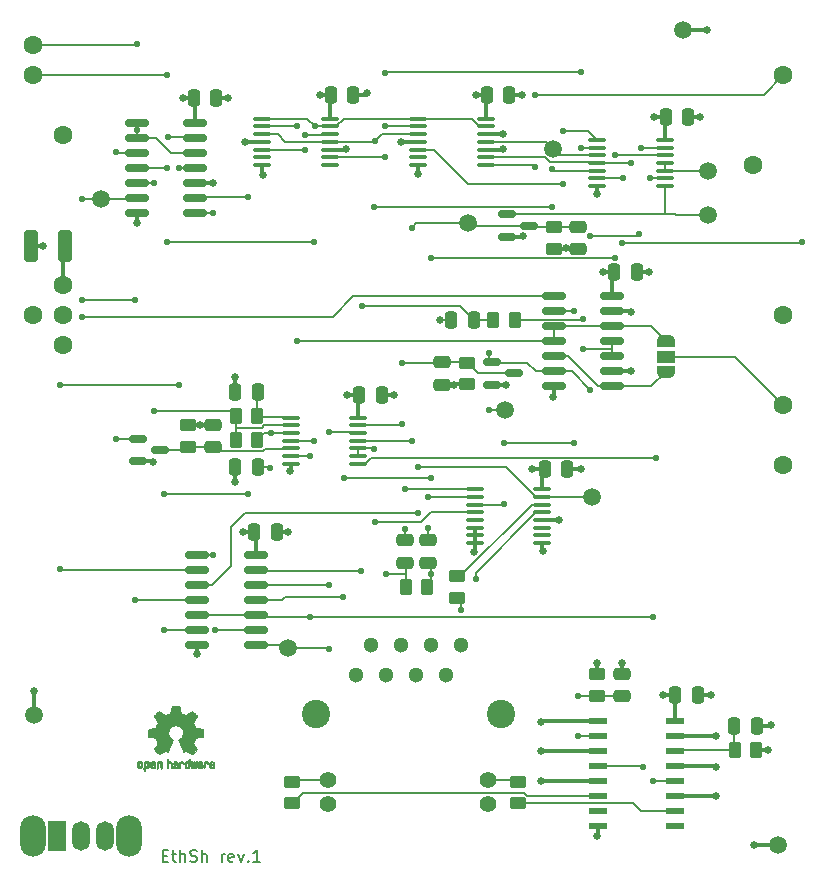
<source format=gbr>
%TF.GenerationSoftware,KiCad,Pcbnew,(6.0.9-0)*%
%TF.CreationDate,2022-11-17T19:03:49+01:00*%
%TF.ProjectId,shield,73686965-6c64-42e6-9b69-6361645f7063,1*%
%TF.SameCoordinates,PX3a2c940PY82a7440*%
%TF.FileFunction,Copper,L1,Top*%
%TF.FilePolarity,Positive*%
%FSLAX46Y46*%
G04 Gerber Fmt 4.6, Leading zero omitted, Abs format (unit mm)*
G04 Created by KiCad (PCBNEW (6.0.9-0)) date 2022-11-17 19:03:49*
%MOMM*%
%LPD*%
G01*
G04 APERTURE LIST*
G04 Aperture macros list*
%AMRoundRect*
0 Rectangle with rounded corners*
0 $1 Rounding radius*
0 $2 $3 $4 $5 $6 $7 $8 $9 X,Y pos of 4 corners*
0 Add a 4 corners polygon primitive as box body*
4,1,4,$2,$3,$4,$5,$6,$7,$8,$9,$2,$3,0*
0 Add four circle primitives for the rounded corners*
1,1,$1+$1,$2,$3*
1,1,$1+$1,$4,$5*
1,1,$1+$1,$6,$7*
1,1,$1+$1,$8,$9*
0 Add four rect primitives between the rounded corners*
20,1,$1+$1,$2,$3,$4,$5,0*
20,1,$1+$1,$4,$5,$6,$7,0*
20,1,$1+$1,$6,$7,$8,$9,0*
20,1,$1+$1,$8,$9,$2,$3,0*%
%AMFreePoly0*
4,1,22,0.550000,-0.750000,0.000000,-0.750000,0.000000,-0.745033,-0.079941,-0.743568,-0.215256,-0.701293,-0.333266,-0.622738,-0.424486,-0.514219,-0.481581,-0.384460,-0.499164,-0.250000,-0.500000,-0.250000,-0.500000,0.250000,-0.499164,0.250000,-0.499963,0.256109,-0.478152,0.396186,-0.417904,0.524511,-0.324060,0.630769,-0.204165,0.706417,-0.067858,0.745374,0.000000,0.744959,0.000000,0.750000,
0.550000,0.750000,0.550000,-0.750000,0.550000,-0.750000,$1*%
%AMFreePoly1*
4,1,20,0.000000,0.744959,0.073905,0.744508,0.209726,0.703889,0.328688,0.626782,0.421226,0.519385,0.479903,0.390333,0.500000,0.250000,0.500000,-0.250000,0.499851,-0.262216,0.476331,-0.402017,0.414519,-0.529596,0.319384,-0.634700,0.198574,-0.708877,0.061801,-0.746166,0.000000,-0.745033,0.000000,-0.750000,-0.550000,-0.750000,-0.550000,0.750000,0.000000,0.750000,0.000000,0.744959,
0.000000,0.744959,$1*%
G04 Aperture macros list end*
%ADD10C,0.200000*%
%TA.AperFunction,NonConductor*%
%ADD11C,0.200000*%
%TD*%
%TA.AperFunction,EtchedComponent*%
%ADD12C,0.010000*%
%TD*%
%TA.AperFunction,ComponentPad*%
%ADD13C,1.600000*%
%TD*%
%TA.AperFunction,SMDPad,CuDef*%
%ADD14C,1.500000*%
%TD*%
%TA.AperFunction,SMDPad,CuDef*%
%ADD15RoundRect,0.250000X0.450000X-0.262500X0.450000X0.262500X-0.450000X0.262500X-0.450000X-0.262500X0*%
%TD*%
%TA.AperFunction,SMDPad,CuDef*%
%ADD16RoundRect,0.100000X-0.637500X-0.100000X0.637500X-0.100000X0.637500X0.100000X-0.637500X0.100000X0*%
%TD*%
%TA.AperFunction,SMDPad,CuDef*%
%ADD17RoundRect,0.250000X-0.250000X-0.475000X0.250000X-0.475000X0.250000X0.475000X-0.250000X0.475000X0*%
%TD*%
%TA.AperFunction,SMDPad,CuDef*%
%ADD18RoundRect,0.250000X-0.475000X0.250000X-0.475000X-0.250000X0.475000X-0.250000X0.475000X0.250000X0*%
%TD*%
%TA.AperFunction,SMDPad,CuDef*%
%ADD19RoundRect,0.150000X-0.825000X-0.150000X0.825000X-0.150000X0.825000X0.150000X-0.825000X0.150000X0*%
%TD*%
%TA.AperFunction,SMDPad,CuDef*%
%ADD20RoundRect,0.250000X0.475000X-0.250000X0.475000X0.250000X-0.475000X0.250000X-0.475000X-0.250000X0*%
%TD*%
%TA.AperFunction,SMDPad,CuDef*%
%ADD21RoundRect,0.150000X-0.587500X-0.150000X0.587500X-0.150000X0.587500X0.150000X-0.587500X0.150000X0*%
%TD*%
%TA.AperFunction,SMDPad,CuDef*%
%ADD22RoundRect,0.137500X-0.662500X-0.137500X0.662500X-0.137500X0.662500X0.137500X-0.662500X0.137500X0*%
%TD*%
%TA.AperFunction,ComponentPad*%
%ADD23O,1.500000X2.500000*%
%TD*%
%TA.AperFunction,ComponentPad*%
%ADD24R,1.500000X2.500000*%
%TD*%
%TA.AperFunction,ComponentPad*%
%ADD25O,2.200000X3.500000*%
%TD*%
%TA.AperFunction,SMDPad,CuDef*%
%ADD26RoundRect,0.250000X0.262500X0.450000X-0.262500X0.450000X-0.262500X-0.450000X0.262500X-0.450000X0*%
%TD*%
%TA.AperFunction,SMDPad,CuDef*%
%ADD27FreePoly0,270.000000*%
%TD*%
%TA.AperFunction,SMDPad,CuDef*%
%ADD28R,1.500000X1.000000*%
%TD*%
%TA.AperFunction,SMDPad,CuDef*%
%ADD29FreePoly1,270.000000*%
%TD*%
%TA.AperFunction,SMDPad,CuDef*%
%ADD30RoundRect,0.250000X0.250000X0.475000X-0.250000X0.475000X-0.250000X-0.475000X0.250000X-0.475000X0*%
%TD*%
%TA.AperFunction,SMDPad,CuDef*%
%ADD31RoundRect,0.250000X-0.262500X-0.450000X0.262500X-0.450000X0.262500X0.450000X-0.262500X0.450000X0*%
%TD*%
%TA.AperFunction,ComponentPad*%
%ADD32C,2.400000*%
%TD*%
%TA.AperFunction,ComponentPad*%
%ADD33C,1.400000*%
%TD*%
%TA.AperFunction,ComponentPad*%
%ADD34C,1.300000*%
%TD*%
%TA.AperFunction,SMDPad,CuDef*%
%ADD35RoundRect,0.250000X0.325000X1.100000X-0.325000X1.100000X-0.325000X-1.100000X0.325000X-1.100000X0*%
%TD*%
%TA.AperFunction,ViaPad*%
%ADD36C,0.640000*%
%TD*%
%TA.AperFunction,ViaPad*%
%ADD37C,0.550000*%
%TD*%
%TA.AperFunction,Conductor*%
%ADD38C,0.150000*%
%TD*%
%TA.AperFunction,Conductor*%
%ADD39C,0.300000*%
%TD*%
G04 APERTURE END LIST*
D10*
D11*
X13904761Y2071429D02*
X14238095Y2071429D01*
X14380952Y1547620D02*
X13904761Y1547620D01*
X13904761Y2547620D01*
X14380952Y2547620D01*
X14666666Y2214286D02*
X15047619Y2214286D01*
X14809523Y2547620D02*
X14809523Y1690477D01*
X14857142Y1595239D01*
X14952380Y1547620D01*
X15047619Y1547620D01*
X15380952Y1547620D02*
X15380952Y2547620D01*
X15809523Y1547620D02*
X15809523Y2071429D01*
X15761904Y2166667D01*
X15666666Y2214286D01*
X15523809Y2214286D01*
X15428571Y2166667D01*
X15380952Y2119048D01*
X16238095Y1595239D02*
X16380952Y1547620D01*
X16619047Y1547620D01*
X16714285Y1595239D01*
X16761904Y1642858D01*
X16809523Y1738096D01*
X16809523Y1833334D01*
X16761904Y1928572D01*
X16714285Y1976191D01*
X16619047Y2023810D01*
X16428571Y2071429D01*
X16333333Y2119048D01*
X16285714Y2166667D01*
X16238095Y2261905D01*
X16238095Y2357143D01*
X16285714Y2452381D01*
X16333333Y2500000D01*
X16428571Y2547620D01*
X16666666Y2547620D01*
X16809523Y2500000D01*
X17238095Y1547620D02*
X17238095Y2547620D01*
X17666666Y1547620D02*
X17666666Y2071429D01*
X17619047Y2166667D01*
X17523809Y2214286D01*
X17380952Y2214286D01*
X17285714Y2166667D01*
X17238095Y2119048D01*
X18904761Y1547620D02*
X18904761Y2214286D01*
X18904761Y2023810D02*
X18952380Y2119048D01*
X19000000Y2166667D01*
X19095238Y2214286D01*
X19190476Y2214286D01*
X19904761Y1595239D02*
X19809523Y1547620D01*
X19619047Y1547620D01*
X19523809Y1595239D01*
X19476190Y1690477D01*
X19476190Y2071429D01*
X19523809Y2166667D01*
X19619047Y2214286D01*
X19809523Y2214286D01*
X19904761Y2166667D01*
X19952380Y2071429D01*
X19952380Y1976191D01*
X19476190Y1880953D01*
X20285714Y2214286D02*
X20523809Y1547620D01*
X20761904Y2214286D01*
X21142857Y1642858D02*
X21190476Y1595239D01*
X21142857Y1547620D01*
X21095238Y1595239D01*
X21142857Y1642858D01*
X21142857Y1547620D01*
X22142857Y1547620D02*
X21571428Y1547620D01*
X21857142Y1547620D02*
X21857142Y2547620D01*
X21761904Y2404762D01*
X21666666Y2309524D01*
X21571428Y2261905D01*
%TO.C,REF\u002A\u002A*%
G36*
X12293677Y9849667D02*
G01*
X12296450Y9897042D01*
X12300388Y9930710D01*
X12305849Y9954502D01*
X12313192Y9972247D01*
X12322777Y9987776D01*
X12326887Y9993619D01*
X12381405Y10048815D01*
X12450336Y10080110D01*
X12530072Y10088835D01*
X12599744Y10080082D01*
X12655201Y10052432D01*
X12704148Y10001520D01*
X12717629Y9982662D01*
X12732314Y9957985D01*
X12741842Y9931184D01*
X12747293Y9895413D01*
X12749747Y9843831D01*
X12750286Y9775733D01*
X12747852Y9682412D01*
X12739394Y9612343D01*
X12723174Y9560069D01*
X12697454Y9520131D01*
X12660497Y9487071D01*
X12657782Y9485114D01*
X12621360Y9465092D01*
X12577502Y9455185D01*
X12521724Y9452743D01*
X12431048Y9452743D01*
X12431010Y9364717D01*
X12430166Y9315692D01*
X12425024Y9286935D01*
X12411587Y9269689D01*
X12385858Y9255192D01*
X12379679Y9252231D01*
X12350764Y9238352D01*
X12328376Y9229586D01*
X12311729Y9228829D01*
X12300036Y9238977D01*
X12292510Y9262927D01*
X12288366Y9303574D01*
X12286815Y9363814D01*
X12287071Y9446545D01*
X12288349Y9554661D01*
X12288748Y9587000D01*
X12290185Y9698476D01*
X12291472Y9771397D01*
X12430971Y9771397D01*
X12431755Y9709501D01*
X12435240Y9669003D01*
X12443124Y9642292D01*
X12457105Y9621756D01*
X12466597Y9611740D01*
X12505404Y9582433D01*
X12539763Y9580048D01*
X12575216Y9604250D01*
X12576114Y9605143D01*
X12590539Y9623847D01*
X12599313Y9649268D01*
X12603739Y9688416D01*
X12605118Y9748303D01*
X12605143Y9761570D01*
X12601812Y9844099D01*
X12590969Y9901309D01*
X12571340Y9936234D01*
X12541650Y9951906D01*
X12524491Y9953486D01*
X12483766Y9946074D01*
X12455832Y9921670D01*
X12439017Y9877020D01*
X12431650Y9808870D01*
X12430971Y9771397D01*
X12291472Y9771397D01*
X12291708Y9784755D01*
X12293677Y9849667D01*
G37*
D12*
X12293677Y9849667D02*
X12296450Y9897042D01*
X12300388Y9930710D01*
X12305849Y9954502D01*
X12313192Y9972247D01*
X12322777Y9987776D01*
X12326887Y9993619D01*
X12381405Y10048815D01*
X12450336Y10080110D01*
X12530072Y10088835D01*
X12599744Y10080082D01*
X12655201Y10052432D01*
X12704148Y10001520D01*
X12717629Y9982662D01*
X12732314Y9957985D01*
X12741842Y9931184D01*
X12747293Y9895413D01*
X12749747Y9843831D01*
X12750286Y9775733D01*
X12747852Y9682412D01*
X12739394Y9612343D01*
X12723174Y9560069D01*
X12697454Y9520131D01*
X12660497Y9487071D01*
X12657782Y9485114D01*
X12621360Y9465092D01*
X12577502Y9455185D01*
X12521724Y9452743D01*
X12431048Y9452743D01*
X12431010Y9364717D01*
X12430166Y9315692D01*
X12425024Y9286935D01*
X12411587Y9269689D01*
X12385858Y9255192D01*
X12379679Y9252231D01*
X12350764Y9238352D01*
X12328376Y9229586D01*
X12311729Y9228829D01*
X12300036Y9238977D01*
X12292510Y9262927D01*
X12288366Y9303574D01*
X12286815Y9363814D01*
X12287071Y9446545D01*
X12288349Y9554661D01*
X12288748Y9587000D01*
X12290185Y9698476D01*
X12291472Y9771397D01*
X12430971Y9771397D01*
X12431755Y9709501D01*
X12435240Y9669003D01*
X12443124Y9642292D01*
X12457105Y9621756D01*
X12466597Y9611740D01*
X12505404Y9582433D01*
X12539763Y9580048D01*
X12575216Y9604250D01*
X12576114Y9605143D01*
X12590539Y9623847D01*
X12599313Y9649268D01*
X12603739Y9688416D01*
X12605118Y9748303D01*
X12605143Y9761570D01*
X12601812Y9844099D01*
X12590969Y9901309D01*
X12571340Y9936234D01*
X12541650Y9951906D01*
X12524491Y9953486D01*
X12483766Y9946074D01*
X12455832Y9921670D01*
X12439017Y9877020D01*
X12431650Y9808870D01*
X12430971Y9771397D01*
X12291472Y9771397D01*
X12291708Y9784755D01*
X12293677Y9849667D01*
G36*
X15529926Y10050245D02*
G01*
X15595858Y10025916D01*
X15649273Y9982883D01*
X15670164Y9952591D01*
X15692939Y9897006D01*
X15692466Y9856814D01*
X15668562Y9829783D01*
X15659717Y9825187D01*
X15621530Y9810856D01*
X15602028Y9814528D01*
X15595422Y9838593D01*
X15595086Y9851886D01*
X15582992Y9900790D01*
X15551471Y9935001D01*
X15507659Y9951524D01*
X15458695Y9947366D01*
X15418894Y9925773D01*
X15405450Y9913456D01*
X15395921Y9898513D01*
X15389485Y9875925D01*
X15385317Y9840672D01*
X15382597Y9787734D01*
X15380502Y9712093D01*
X15379960Y9688143D01*
X15377981Y9606210D01*
X15375731Y9548545D01*
X15372357Y9510392D01*
X15367006Y9486996D01*
X15358824Y9473602D01*
X15346959Y9465455D01*
X15339362Y9461856D01*
X15307102Y9449548D01*
X15288111Y9445486D01*
X15281836Y9459052D01*
X15278006Y9500066D01*
X15276600Y9569001D01*
X15277598Y9666331D01*
X15277908Y9681343D01*
X15280101Y9770141D01*
X15282693Y9834981D01*
X15286382Y9880933D01*
X15291864Y9913065D01*
X15299835Y9936447D01*
X15310993Y9956148D01*
X15316830Y9964590D01*
X15350296Y10001943D01*
X15387727Y10030997D01*
X15392309Y10033533D01*
X15459426Y10053557D01*
X15529926Y10050245D01*
G37*
X15529926Y10050245D02*
X15595858Y10025916D01*
X15649273Y9982883D01*
X15670164Y9952591D01*
X15692939Y9897006D01*
X15692466Y9856814D01*
X15668562Y9829783D01*
X15659717Y9825187D01*
X15621530Y9810856D01*
X15602028Y9814528D01*
X15595422Y9838593D01*
X15595086Y9851886D01*
X15582992Y9900790D01*
X15551471Y9935001D01*
X15507659Y9951524D01*
X15458695Y9947366D01*
X15418894Y9925773D01*
X15405450Y9913456D01*
X15395921Y9898513D01*
X15389485Y9875925D01*
X15385317Y9840672D01*
X15382597Y9787734D01*
X15380502Y9712093D01*
X15379960Y9688143D01*
X15377981Y9606210D01*
X15375731Y9548545D01*
X15372357Y9510392D01*
X15367006Y9486996D01*
X15358824Y9473602D01*
X15346959Y9465455D01*
X15339362Y9461856D01*
X15307102Y9449548D01*
X15288111Y9445486D01*
X15281836Y9459052D01*
X15278006Y9500066D01*
X15276600Y9569001D01*
X15277598Y9666331D01*
X15277908Y9681343D01*
X15280101Y9770141D01*
X15282693Y9834981D01*
X15286382Y9880933D01*
X15291864Y9913065D01*
X15299835Y9936447D01*
X15310993Y9956148D01*
X15316830Y9964590D01*
X15350296Y10001943D01*
X15387727Y10030997D01*
X15392309Y10033533D01*
X15459426Y10053557D01*
X15529926Y10050245D01*
G36*
X17868196Y9904616D02*
G01*
X17881884Y9953305D01*
X17904096Y9989151D01*
X17936574Y10017487D01*
X17950733Y10026645D01*
X18015053Y10050493D01*
X18085473Y10051994D01*
X18153595Y10033034D01*
X18211021Y9995503D01*
X18238719Y9961904D01*
X18260662Y9900936D01*
X18262405Y9852692D01*
X18258457Y9788184D01*
X18109686Y9723066D01*
X18037349Y9689798D01*
X17990084Y9663036D01*
X17965507Y9639856D01*
X17961237Y9617333D01*
X17974889Y9592545D01*
X17989943Y9576114D01*
X18033746Y9549765D01*
X18081389Y9547919D01*
X18125145Y9568454D01*
X18157289Y9609248D01*
X18163038Y9623653D01*
X18190576Y9668644D01*
X18222258Y9687818D01*
X18265714Y9704221D01*
X18265714Y9642034D01*
X18261872Y9599717D01*
X18246823Y9564031D01*
X18215280Y9523057D01*
X18210592Y9517733D01*
X18175506Y9481280D01*
X18145347Y9461717D01*
X18107615Y9452717D01*
X18076335Y9449770D01*
X18020385Y9449035D01*
X17980555Y9458340D01*
X17955708Y9472154D01*
X17916656Y9502533D01*
X17889625Y9535387D01*
X17872517Y9576706D01*
X17863238Y9632479D01*
X17859693Y9708695D01*
X17859410Y9747378D01*
X17860372Y9793753D01*
X17948007Y9793753D01*
X17949023Y9768874D01*
X17951556Y9764800D01*
X17968274Y9770335D01*
X18004249Y9784983D01*
X18052331Y9805810D01*
X18062386Y9810286D01*
X18123152Y9841186D01*
X18156632Y9868343D01*
X18163990Y9893780D01*
X18146391Y9919519D01*
X18131856Y9930891D01*
X18079410Y9953636D01*
X18030322Y9949878D01*
X17989227Y9922116D01*
X17960758Y9872848D01*
X17951631Y9833743D01*
X17948007Y9793753D01*
X17860372Y9793753D01*
X17861285Y9837751D01*
X17868196Y9904616D01*
G37*
X17868196Y9904616D02*
X17881884Y9953305D01*
X17904096Y9989151D01*
X17936574Y10017487D01*
X17950733Y10026645D01*
X18015053Y10050493D01*
X18085473Y10051994D01*
X18153595Y10033034D01*
X18211021Y9995503D01*
X18238719Y9961904D01*
X18260662Y9900936D01*
X18262405Y9852692D01*
X18258457Y9788184D01*
X18109686Y9723066D01*
X18037349Y9689798D01*
X17990084Y9663036D01*
X17965507Y9639856D01*
X17961237Y9617333D01*
X17974889Y9592545D01*
X17989943Y9576114D01*
X18033746Y9549765D01*
X18081389Y9547919D01*
X18125145Y9568454D01*
X18157289Y9609248D01*
X18163038Y9623653D01*
X18190576Y9668644D01*
X18222258Y9687818D01*
X18265714Y9704221D01*
X18265714Y9642034D01*
X18261872Y9599717D01*
X18246823Y9564031D01*
X18215280Y9523057D01*
X18210592Y9517733D01*
X18175506Y9481280D01*
X18145347Y9461717D01*
X18107615Y9452717D01*
X18076335Y9449770D01*
X18020385Y9449035D01*
X17980555Y9458340D01*
X17955708Y9472154D01*
X17916656Y9502533D01*
X17889625Y9535387D01*
X17872517Y9576706D01*
X17863238Y9632479D01*
X17859693Y9708695D01*
X17859410Y9747378D01*
X17860372Y9793753D01*
X17948007Y9793753D01*
X17949023Y9768874D01*
X17951556Y9764800D01*
X17968274Y9770335D01*
X18004249Y9784983D01*
X18052331Y9805810D01*
X18062386Y9810286D01*
X18123152Y9841186D01*
X18156632Y9868343D01*
X18163990Y9893780D01*
X18146391Y9919519D01*
X18131856Y9930891D01*
X18079410Y9953636D01*
X18030322Y9949878D01*
X17989227Y9922116D01*
X17960758Y9872848D01*
X17951631Y9833743D01*
X17948007Y9793753D01*
X17860372Y9793753D01*
X17861285Y9837751D01*
X17868196Y9904616D01*
G36*
X14375886Y10148711D02*
G01*
X14380139Y10089387D01*
X14385025Y10054428D01*
X14391795Y10039180D01*
X14401702Y10038985D01*
X14404914Y10040805D01*
X14447644Y10053985D01*
X14503227Y10053215D01*
X14559737Y10039667D01*
X14595082Y10022139D01*
X14631321Y9994139D01*
X14657813Y9962451D01*
X14675999Y9922187D01*
X14687322Y9868457D01*
X14693222Y9796374D01*
X14695143Y9701049D01*
X14695177Y9682763D01*
X14695200Y9477354D01*
X14649491Y9461420D01*
X14617027Y9450580D01*
X14599215Y9445532D01*
X14598691Y9445486D01*
X14596937Y9459172D01*
X14595444Y9496924D01*
X14594326Y9553776D01*
X14593697Y9624766D01*
X14593600Y9667927D01*
X14593398Y9753027D01*
X14592358Y9814019D01*
X14589831Y9855823D01*
X14585164Y9883358D01*
X14577707Y9901544D01*
X14566811Y9915302D01*
X14560007Y9921927D01*
X14513272Y9948625D01*
X14462272Y9950625D01*
X14416001Y9928045D01*
X14407444Y9919893D01*
X14394893Y9904564D01*
X14386188Y9886382D01*
X14380631Y9860091D01*
X14377526Y9820438D01*
X14376176Y9762168D01*
X14375886Y9681827D01*
X14375886Y9477354D01*
X14330177Y9461420D01*
X14297713Y9450580D01*
X14279901Y9445532D01*
X14279377Y9445486D01*
X14278037Y9459377D01*
X14276828Y9498561D01*
X14275801Y9559300D01*
X14275002Y9637859D01*
X14274481Y9730502D01*
X14274286Y9833491D01*
X14274286Y10230658D01*
X14321457Y10250556D01*
X14368629Y10270453D01*
X14375886Y10148711D01*
G37*
X14375886Y10148711D02*
X14380139Y10089387D01*
X14385025Y10054428D01*
X14391795Y10039180D01*
X14401702Y10038985D01*
X14404914Y10040805D01*
X14447644Y10053985D01*
X14503227Y10053215D01*
X14559737Y10039667D01*
X14595082Y10022139D01*
X14631321Y9994139D01*
X14657813Y9962451D01*
X14675999Y9922187D01*
X14687322Y9868457D01*
X14693222Y9796374D01*
X14695143Y9701049D01*
X14695177Y9682763D01*
X14695200Y9477354D01*
X14649491Y9461420D01*
X14617027Y9450580D01*
X14599215Y9445532D01*
X14598691Y9445486D01*
X14596937Y9459172D01*
X14595444Y9496924D01*
X14594326Y9553776D01*
X14593697Y9624766D01*
X14593600Y9667927D01*
X14593398Y9753027D01*
X14592358Y9814019D01*
X14589831Y9855823D01*
X14585164Y9883358D01*
X14577707Y9901544D01*
X14566811Y9915302D01*
X14560007Y9921927D01*
X14513272Y9948625D01*
X14462272Y9950625D01*
X14416001Y9928045D01*
X14407444Y9919893D01*
X14394893Y9904564D01*
X14386188Y9886382D01*
X14380631Y9860091D01*
X14377526Y9820438D01*
X14376176Y9762168D01*
X14375886Y9681827D01*
X14375886Y9477354D01*
X14330177Y9461420D01*
X14297713Y9450580D01*
X14279901Y9445532D01*
X14279377Y9445486D01*
X14278037Y9459377D01*
X14276828Y9498561D01*
X14275801Y9559300D01*
X14275002Y9637859D01*
X14274481Y9730502D01*
X14274286Y9833491D01*
X14274286Y10230658D01*
X14321457Y10250556D01*
X14368629Y10270453D01*
X14375886Y10148711D01*
G36*
X15103910Y14757652D02*
G01*
X15182454Y14757222D01*
X15239298Y14756058D01*
X15278105Y14753793D01*
X15302538Y14750060D01*
X15316262Y14744494D01*
X15322940Y14736727D01*
X15326236Y14726395D01*
X15326556Y14725057D01*
X15331562Y14700921D01*
X15340829Y14653299D01*
X15353392Y14587259D01*
X15368287Y14507872D01*
X15384551Y14420204D01*
X15385119Y14417125D01*
X15401410Y14331211D01*
X15416652Y14255304D01*
X15429861Y14193955D01*
X15440054Y14151718D01*
X15446248Y14133145D01*
X15446543Y14132816D01*
X15464788Y14123747D01*
X15502405Y14108633D01*
X15551271Y14090738D01*
X15551543Y14090642D01*
X15613093Y14067507D01*
X15685657Y14038035D01*
X15754057Y14008403D01*
X15757294Y14006938D01*
X15868702Y13956374D01*
X16115399Y14124840D01*
X16191077Y14176197D01*
X16259631Y14222111D01*
X16317088Y14259970D01*
X16359476Y14287163D01*
X16382825Y14301079D01*
X16385042Y14302111D01*
X16402010Y14297516D01*
X16433701Y14275345D01*
X16481352Y14234553D01*
X16546198Y14174095D01*
X16612397Y14109773D01*
X16676214Y14046388D01*
X16733329Y13988549D01*
X16780305Y13939825D01*
X16813703Y13903790D01*
X16830085Y13884016D01*
X16830694Y13882998D01*
X16832505Y13869428D01*
X16825683Y13847267D01*
X16808540Y13813522D01*
X16779393Y13765200D01*
X16736555Y13699308D01*
X16679448Y13614483D01*
X16628766Y13539823D01*
X16583461Y13472860D01*
X16546150Y13417484D01*
X16519452Y13377580D01*
X16505985Y13357038D01*
X16505137Y13355644D01*
X16506781Y13335962D01*
X16519245Y13297707D01*
X16540048Y13248111D01*
X16547462Y13232272D01*
X16579814Y13161710D01*
X16614328Y13081647D01*
X16642365Y13012371D01*
X16662568Y12960955D01*
X16678615Y12921881D01*
X16687888Y12901459D01*
X16689041Y12899886D01*
X16706096Y12897279D01*
X16746298Y12890137D01*
X16804302Y12879477D01*
X16874763Y12866315D01*
X16952335Y12851667D01*
X17031672Y12836551D01*
X17107431Y12821982D01*
X17174264Y12808978D01*
X17226828Y12798555D01*
X17259776Y12791730D01*
X17267857Y12789801D01*
X17276205Y12785038D01*
X17282506Y12774282D01*
X17287045Y12753902D01*
X17290104Y12720266D01*
X17291967Y12669745D01*
X17292918Y12598708D01*
X17293240Y12503524D01*
X17293257Y12464508D01*
X17293257Y12147201D01*
X17217057Y12132161D01*
X17174663Y12124005D01*
X17111400Y12112101D01*
X17034962Y12097884D01*
X16953043Y12082790D01*
X16930400Y12078645D01*
X16854806Y12063947D01*
X16788953Y12049495D01*
X16738366Y12036625D01*
X16708574Y12026678D01*
X16703612Y12023713D01*
X16691426Y12002717D01*
X16673953Y11962033D01*
X16654577Y11909678D01*
X16650734Y11898400D01*
X16625339Y11828477D01*
X16593817Y11749582D01*
X16562969Y11678734D01*
X16562817Y11678405D01*
X16511447Y11567267D01*
X16680399Y11318747D01*
X16849352Y11070228D01*
X16632429Y10852942D01*
X16566819Y10788274D01*
X16506979Y10731267D01*
X16456267Y10684967D01*
X16418046Y10652416D01*
X16395675Y10636657D01*
X16392466Y10635657D01*
X16373626Y10643531D01*
X16335180Y10665422D01*
X16281330Y10698733D01*
X16216276Y10740869D01*
X16145940Y10788057D01*
X16074555Y10836190D01*
X16010908Y10878072D01*
X15959041Y10911129D01*
X15922995Y10932782D01*
X15906867Y10940457D01*
X15887189Y10933963D01*
X15849875Y10916850D01*
X15802621Y10892674D01*
X15797612Y10889987D01*
X15733977Y10858073D01*
X15690341Y10842421D01*
X15663202Y10842255D01*
X15649057Y10856796D01*
X15648975Y10857000D01*
X15641905Y10874221D01*
X15625042Y10915101D01*
X15599695Y10976475D01*
X15567171Y11055181D01*
X15528778Y11148053D01*
X15485822Y11251928D01*
X15444222Y11352498D01*
X15398504Y11463484D01*
X15356526Y11566297D01*
X15319548Y11657785D01*
X15288827Y11734799D01*
X15265622Y11794185D01*
X15251190Y11832791D01*
X15246743Y11847200D01*
X15257896Y11863728D01*
X15287069Y11890070D01*
X15325971Y11919113D01*
X15436757Y12010961D01*
X15523351Y12116241D01*
X15584716Y12232734D01*
X15619815Y12358224D01*
X15627608Y12490493D01*
X15621943Y12551543D01*
X15591078Y12678205D01*
X15537920Y12790059D01*
X15465767Y12885999D01*
X15377917Y12964924D01*
X15277665Y13025730D01*
X15168310Y13067313D01*
X15053147Y13088572D01*
X14935475Y13088401D01*
X14818590Y13065699D01*
X14705789Y13019362D01*
X14600369Y12948287D01*
X14556368Y12908089D01*
X14471979Y12804871D01*
X14413222Y12692075D01*
X14379704Y12572990D01*
X14371035Y12450905D01*
X14386823Y12329107D01*
X14426678Y12210884D01*
X14490207Y12099525D01*
X14577021Y11998316D01*
X14674029Y11919113D01*
X14714437Y11888838D01*
X14742982Y11862781D01*
X14753257Y11847175D01*
X14747877Y11830157D01*
X14732575Y11789500D01*
X14708612Y11728358D01*
X14677244Y11649881D01*
X14639732Y11557220D01*
X14597333Y11453528D01*
X14555663Y11352474D01*
X14509690Y11241393D01*
X14467107Y11138459D01*
X14429221Y11046835D01*
X14397340Y10969684D01*
X14372771Y10910169D01*
X14356820Y10871456D01*
X14350910Y10857000D01*
X14336948Y10842315D01*
X14309940Y10842358D01*
X14266413Y10857901D01*
X14202890Y10889716D01*
X14202388Y10889987D01*
X14154560Y10914677D01*
X14115897Y10932662D01*
X14094095Y10940386D01*
X14093133Y10940457D01*
X14076721Y10932622D01*
X14040487Y10910835D01*
X13988474Y10877672D01*
X13924725Y10835709D01*
X13854060Y10788057D01*
X13782116Y10739809D01*
X13717274Y10697849D01*
X13663735Y10664773D01*
X13625697Y10643179D01*
X13607533Y10635657D01*
X13590808Y10645543D01*
X13557180Y10673174D01*
X13510010Y10715505D01*
X13452658Y10769495D01*
X13388484Y10832101D01*
X13367497Y10853017D01*
X13150499Y11070377D01*
X13315668Y11312780D01*
X13365864Y11387219D01*
X13409919Y11454028D01*
X13445362Y11509335D01*
X13469719Y11549271D01*
X13480522Y11569964D01*
X13480838Y11571437D01*
X13475143Y11590942D01*
X13459826Y11630178D01*
X13437537Y11682570D01*
X13421893Y11717645D01*
X13392641Y11784799D01*
X13365094Y11852642D01*
X13343737Y11909966D01*
X13337935Y11927428D01*
X13321452Y11974062D01*
X13305340Y12010095D01*
X13296490Y12023713D01*
X13276960Y12032048D01*
X13234334Y12043863D01*
X13174145Y12057819D01*
X13101922Y12072578D01*
X13069600Y12078645D01*
X12987522Y12093727D01*
X12908795Y12108331D01*
X12841109Y12121020D01*
X12792160Y12130358D01*
X12782943Y12132161D01*
X12706743Y12147201D01*
X12706743Y12464508D01*
X12706914Y12568846D01*
X12707616Y12647787D01*
X12709134Y12704962D01*
X12711749Y12744001D01*
X12715746Y12768535D01*
X12721409Y12782195D01*
X12729020Y12788611D01*
X12732143Y12789801D01*
X12750978Y12794020D01*
X12792588Y12802438D01*
X12851630Y12814039D01*
X12922757Y12827805D01*
X13000625Y12842720D01*
X13079887Y12857768D01*
X13155198Y12871931D01*
X13221213Y12884194D01*
X13272587Y12893539D01*
X13303975Y12898950D01*
X13310959Y12899886D01*
X13317285Y12912404D01*
X13331290Y12945754D01*
X13350355Y12993623D01*
X13357634Y13012371D01*
X13386996Y13084805D01*
X13421571Y13164830D01*
X13452537Y13232272D01*
X13475323Y13283841D01*
X13490482Y13326215D01*
X13495542Y13352166D01*
X13494736Y13355644D01*
X13484041Y13372064D01*
X13459620Y13408583D01*
X13424095Y13461313D01*
X13380087Y13526365D01*
X13330217Y13599849D01*
X13320356Y13614355D01*
X13262492Y13700296D01*
X13219956Y13765739D01*
X13191054Y13813696D01*
X13174090Y13847180D01*
X13167367Y13869205D01*
X13169190Y13882783D01*
X13169236Y13882869D01*
X13183586Y13900703D01*
X13215323Y13935183D01*
X13261010Y13982732D01*
X13317204Y14039778D01*
X13380468Y14102745D01*
X13387602Y14109773D01*
X13467330Y14186980D01*
X13528857Y14243670D01*
X13573421Y14280890D01*
X13602257Y14299685D01*
X13614958Y14302111D01*
X13633494Y14291529D01*
X13671961Y14267084D01*
X13726386Y14231388D01*
X13792798Y14187053D01*
X13867225Y14136689D01*
X13884601Y14124840D01*
X14131297Y13956374D01*
X14242706Y14006938D01*
X14310457Y14036405D01*
X14383183Y14066041D01*
X14445703Y14089670D01*
X14448457Y14090642D01*
X14497360Y14108543D01*
X14535057Y14123680D01*
X14553425Y14132790D01*
X14553456Y14132816D01*
X14559285Y14149283D01*
X14569192Y14189781D01*
X14582195Y14249758D01*
X14597309Y14324660D01*
X14613552Y14409936D01*
X14614881Y14417125D01*
X14631175Y14504986D01*
X14646133Y14584740D01*
X14658791Y14651319D01*
X14668186Y14699653D01*
X14673354Y14724675D01*
X14673444Y14725057D01*
X14676589Y14735701D01*
X14682704Y14743738D01*
X14695453Y14749533D01*
X14718500Y14753453D01*
X14755509Y14755865D01*
X14810144Y14757135D01*
X14886067Y14757629D01*
X14986944Y14757714D01*
X15000000Y14757714D01*
X15103910Y14757652D01*
G37*
X15103910Y14757652D02*
X15182454Y14757222D01*
X15239298Y14756058D01*
X15278105Y14753793D01*
X15302538Y14750060D01*
X15316262Y14744494D01*
X15322940Y14736727D01*
X15326236Y14726395D01*
X15326556Y14725057D01*
X15331562Y14700921D01*
X15340829Y14653299D01*
X15353392Y14587259D01*
X15368287Y14507872D01*
X15384551Y14420204D01*
X15385119Y14417125D01*
X15401410Y14331211D01*
X15416652Y14255304D01*
X15429861Y14193955D01*
X15440054Y14151718D01*
X15446248Y14133145D01*
X15446543Y14132816D01*
X15464788Y14123747D01*
X15502405Y14108633D01*
X15551271Y14090738D01*
X15551543Y14090642D01*
X15613093Y14067507D01*
X15685657Y14038035D01*
X15754057Y14008403D01*
X15757294Y14006938D01*
X15868702Y13956374D01*
X16115399Y14124840D01*
X16191077Y14176197D01*
X16259631Y14222111D01*
X16317088Y14259970D01*
X16359476Y14287163D01*
X16382825Y14301079D01*
X16385042Y14302111D01*
X16402010Y14297516D01*
X16433701Y14275345D01*
X16481352Y14234553D01*
X16546198Y14174095D01*
X16612397Y14109773D01*
X16676214Y14046388D01*
X16733329Y13988549D01*
X16780305Y13939825D01*
X16813703Y13903790D01*
X16830085Y13884016D01*
X16830694Y13882998D01*
X16832505Y13869428D01*
X16825683Y13847267D01*
X16808540Y13813522D01*
X16779393Y13765200D01*
X16736555Y13699308D01*
X16679448Y13614483D01*
X16628766Y13539823D01*
X16583461Y13472860D01*
X16546150Y13417484D01*
X16519452Y13377580D01*
X16505985Y13357038D01*
X16505137Y13355644D01*
X16506781Y13335962D01*
X16519245Y13297707D01*
X16540048Y13248111D01*
X16547462Y13232272D01*
X16579814Y13161710D01*
X16614328Y13081647D01*
X16642365Y13012371D01*
X16662568Y12960955D01*
X16678615Y12921881D01*
X16687888Y12901459D01*
X16689041Y12899886D01*
X16706096Y12897279D01*
X16746298Y12890137D01*
X16804302Y12879477D01*
X16874763Y12866315D01*
X16952335Y12851667D01*
X17031672Y12836551D01*
X17107431Y12821982D01*
X17174264Y12808978D01*
X17226828Y12798555D01*
X17259776Y12791730D01*
X17267857Y12789801D01*
X17276205Y12785038D01*
X17282506Y12774282D01*
X17287045Y12753902D01*
X17290104Y12720266D01*
X17291967Y12669745D01*
X17292918Y12598708D01*
X17293240Y12503524D01*
X17293257Y12464508D01*
X17293257Y12147201D01*
X17217057Y12132161D01*
X17174663Y12124005D01*
X17111400Y12112101D01*
X17034962Y12097884D01*
X16953043Y12082790D01*
X16930400Y12078645D01*
X16854806Y12063947D01*
X16788953Y12049495D01*
X16738366Y12036625D01*
X16708574Y12026678D01*
X16703612Y12023713D01*
X16691426Y12002717D01*
X16673953Y11962033D01*
X16654577Y11909678D01*
X16650734Y11898400D01*
X16625339Y11828477D01*
X16593817Y11749582D01*
X16562969Y11678734D01*
X16562817Y11678405D01*
X16511447Y11567267D01*
X16680399Y11318747D01*
X16849352Y11070228D01*
X16632429Y10852942D01*
X16566819Y10788274D01*
X16506979Y10731267D01*
X16456267Y10684967D01*
X16418046Y10652416D01*
X16395675Y10636657D01*
X16392466Y10635657D01*
X16373626Y10643531D01*
X16335180Y10665422D01*
X16281330Y10698733D01*
X16216276Y10740869D01*
X16145940Y10788057D01*
X16074555Y10836190D01*
X16010908Y10878072D01*
X15959041Y10911129D01*
X15922995Y10932782D01*
X15906867Y10940457D01*
X15887189Y10933963D01*
X15849875Y10916850D01*
X15802621Y10892674D01*
X15797612Y10889987D01*
X15733977Y10858073D01*
X15690341Y10842421D01*
X15663202Y10842255D01*
X15649057Y10856796D01*
X15648975Y10857000D01*
X15641905Y10874221D01*
X15625042Y10915101D01*
X15599695Y10976475D01*
X15567171Y11055181D01*
X15528778Y11148053D01*
X15485822Y11251928D01*
X15444222Y11352498D01*
X15398504Y11463484D01*
X15356526Y11566297D01*
X15319548Y11657785D01*
X15288827Y11734799D01*
X15265622Y11794185D01*
X15251190Y11832791D01*
X15246743Y11847200D01*
X15257896Y11863728D01*
X15287069Y11890070D01*
X15325971Y11919113D01*
X15436757Y12010961D01*
X15523351Y12116241D01*
X15584716Y12232734D01*
X15619815Y12358224D01*
X15627608Y12490493D01*
X15621943Y12551543D01*
X15591078Y12678205D01*
X15537920Y12790059D01*
X15465767Y12885999D01*
X15377917Y12964924D01*
X15277665Y13025730D01*
X15168310Y13067313D01*
X15053147Y13088572D01*
X14935475Y13088401D01*
X14818590Y13065699D01*
X14705789Y13019362D01*
X14600369Y12948287D01*
X14556368Y12908089D01*
X14471979Y12804871D01*
X14413222Y12692075D01*
X14379704Y12572990D01*
X14371035Y12450905D01*
X14386823Y12329107D01*
X14426678Y12210884D01*
X14490207Y12099525D01*
X14577021Y11998316D01*
X14674029Y11919113D01*
X14714437Y11888838D01*
X14742982Y11862781D01*
X14753257Y11847175D01*
X14747877Y11830157D01*
X14732575Y11789500D01*
X14708612Y11728358D01*
X14677244Y11649881D01*
X14639732Y11557220D01*
X14597333Y11453528D01*
X14555663Y11352474D01*
X14509690Y11241393D01*
X14467107Y11138459D01*
X14429221Y11046835D01*
X14397340Y10969684D01*
X14372771Y10910169D01*
X14356820Y10871456D01*
X14350910Y10857000D01*
X14336948Y10842315D01*
X14309940Y10842358D01*
X14266413Y10857901D01*
X14202890Y10889716D01*
X14202388Y10889987D01*
X14154560Y10914677D01*
X14115897Y10932662D01*
X14094095Y10940386D01*
X14093133Y10940457D01*
X14076721Y10932622D01*
X14040487Y10910835D01*
X13988474Y10877672D01*
X13924725Y10835709D01*
X13854060Y10788057D01*
X13782116Y10739809D01*
X13717274Y10697849D01*
X13663735Y10664773D01*
X13625697Y10643179D01*
X13607533Y10635657D01*
X13590808Y10645543D01*
X13557180Y10673174D01*
X13510010Y10715505D01*
X13452658Y10769495D01*
X13388484Y10832101D01*
X13367497Y10853017D01*
X13150499Y11070377D01*
X13315668Y11312780D01*
X13365864Y11387219D01*
X13409919Y11454028D01*
X13445362Y11509335D01*
X13469719Y11549271D01*
X13480522Y11569964D01*
X13480838Y11571437D01*
X13475143Y11590942D01*
X13459826Y11630178D01*
X13437537Y11682570D01*
X13421893Y11717645D01*
X13392641Y11784799D01*
X13365094Y11852642D01*
X13343737Y11909966D01*
X13337935Y11927428D01*
X13321452Y11974062D01*
X13305340Y12010095D01*
X13296490Y12023713D01*
X13276960Y12032048D01*
X13234334Y12043863D01*
X13174145Y12057819D01*
X13101922Y12072578D01*
X13069600Y12078645D01*
X12987522Y12093727D01*
X12908795Y12108331D01*
X12841109Y12121020D01*
X12792160Y12130358D01*
X12782943Y12132161D01*
X12706743Y12147201D01*
X12706743Y12464508D01*
X12706914Y12568846D01*
X12707616Y12647787D01*
X12709134Y12704962D01*
X12711749Y12744001D01*
X12715746Y12768535D01*
X12721409Y12782195D01*
X12729020Y12788611D01*
X12732143Y12789801D01*
X12750978Y12794020D01*
X12792588Y12802438D01*
X12851630Y12814039D01*
X12922757Y12827805D01*
X13000625Y12842720D01*
X13079887Y12857768D01*
X13155198Y12871931D01*
X13221213Y12884194D01*
X13272587Y12893539D01*
X13303975Y12898950D01*
X13310959Y12899886D01*
X13317285Y12912404D01*
X13331290Y12945754D01*
X13350355Y12993623D01*
X13357634Y13012371D01*
X13386996Y13084805D01*
X13421571Y13164830D01*
X13452537Y13232272D01*
X13475323Y13283841D01*
X13490482Y13326215D01*
X13495542Y13352166D01*
X13494736Y13355644D01*
X13484041Y13372064D01*
X13459620Y13408583D01*
X13424095Y13461313D01*
X13380087Y13526365D01*
X13330217Y13599849D01*
X13320356Y13614355D01*
X13262492Y13700296D01*
X13219956Y13765739D01*
X13191054Y13813696D01*
X13174090Y13847180D01*
X13167367Y13869205D01*
X13169190Y13882783D01*
X13169236Y13882869D01*
X13183586Y13900703D01*
X13215323Y13935183D01*
X13261010Y13982732D01*
X13317204Y14039778D01*
X13380468Y14102745D01*
X13387602Y14109773D01*
X13467330Y14186980D01*
X13528857Y14243670D01*
X13573421Y14280890D01*
X13602257Y14299685D01*
X13614958Y14302111D01*
X13633494Y14291529D01*
X13671961Y14267084D01*
X13726386Y14231388D01*
X13792798Y14187053D01*
X13867225Y14136689D01*
X13884601Y14124840D01*
X14131297Y13956374D01*
X14242706Y14006938D01*
X14310457Y14036405D01*
X14383183Y14066041D01*
X14445703Y14089670D01*
X14448457Y14090642D01*
X14497360Y14108543D01*
X14535057Y14123680D01*
X14553425Y14132790D01*
X14553456Y14132816D01*
X14559285Y14149283D01*
X14569192Y14189781D01*
X14582195Y14249758D01*
X14597309Y14324660D01*
X14613552Y14409936D01*
X14614881Y14417125D01*
X14631175Y14504986D01*
X14646133Y14584740D01*
X14658791Y14651319D01*
X14668186Y14699653D01*
X14673354Y14724675D01*
X14673444Y14725057D01*
X14676589Y14735701D01*
X14682704Y14743738D01*
X14695453Y14749533D01*
X14718500Y14753453D01*
X14755509Y14755865D01*
X14810144Y14757135D01*
X14886067Y14757629D01*
X14986944Y14757714D01*
X15000000Y14757714D01*
X15103910Y14757652D01*
G36*
X17144876Y10043665D02*
G01*
X17186667Y10024656D01*
X17219469Y10001622D01*
X17243503Y9975867D01*
X17260097Y9942642D01*
X17270577Y9897200D01*
X17276271Y9834793D01*
X17278507Y9750673D01*
X17278743Y9695279D01*
X17278743Y9479174D01*
X17241774Y9462330D01*
X17212656Y9450019D01*
X17198231Y9445486D01*
X17195472Y9458975D01*
X17193282Y9495347D01*
X17191942Y9548458D01*
X17191657Y9590628D01*
X17190434Y9651553D01*
X17187136Y9699885D01*
X17182321Y9729482D01*
X17178496Y9735771D01*
X17152783Y9729348D01*
X17112418Y9712875D01*
X17065679Y9690542D01*
X17020845Y9666543D01*
X16986193Y9645070D01*
X16970002Y9630315D01*
X16969938Y9630155D01*
X16971330Y9602848D01*
X16983818Y9576781D01*
X17005743Y9555608D01*
X17037743Y9548526D01*
X17065092Y9549351D01*
X17103826Y9549958D01*
X17124158Y9540884D01*
X17136369Y9516908D01*
X17137909Y9512387D01*
X17143203Y9478194D01*
X17129047Y9457432D01*
X17092148Y9447538D01*
X17052289Y9445708D01*
X16980562Y9459273D01*
X16943432Y9478645D01*
X16897576Y9524155D01*
X16873256Y9580017D01*
X16871073Y9639043D01*
X16891629Y9694047D01*
X16922549Y9728514D01*
X16953420Y9747811D01*
X17001942Y9772241D01*
X17058485Y9797015D01*
X17067910Y9800801D01*
X17130019Y9828209D01*
X17165822Y9852366D01*
X17177337Y9876381D01*
X17166580Y9903365D01*
X17148114Y9924457D01*
X17104469Y9950428D01*
X17056446Y9952376D01*
X17012406Y9932363D01*
X16980709Y9892449D01*
X16976549Y9882152D01*
X16952327Y9844276D01*
X16916965Y9816158D01*
X16872343Y9793083D01*
X16872343Y9858515D01*
X16874969Y9898494D01*
X16886230Y9930003D01*
X16911199Y9963622D01*
X16935169Y9989516D01*
X16972441Y10026183D01*
X17001401Y10045879D01*
X17032505Y10053780D01*
X17067713Y10055086D01*
X17144876Y10043665D01*
G37*
X17144876Y10043665D02*
X17186667Y10024656D01*
X17219469Y10001622D01*
X17243503Y9975867D01*
X17260097Y9942642D01*
X17270577Y9897200D01*
X17276271Y9834793D01*
X17278507Y9750673D01*
X17278743Y9695279D01*
X17278743Y9479174D01*
X17241774Y9462330D01*
X17212656Y9450019D01*
X17198231Y9445486D01*
X17195472Y9458975D01*
X17193282Y9495347D01*
X17191942Y9548458D01*
X17191657Y9590628D01*
X17190434Y9651553D01*
X17187136Y9699885D01*
X17182321Y9729482D01*
X17178496Y9735771D01*
X17152783Y9729348D01*
X17112418Y9712875D01*
X17065679Y9690542D01*
X17020845Y9666543D01*
X16986193Y9645070D01*
X16970002Y9630315D01*
X16969938Y9630155D01*
X16971330Y9602848D01*
X16983818Y9576781D01*
X17005743Y9555608D01*
X17037743Y9548526D01*
X17065092Y9549351D01*
X17103826Y9549958D01*
X17124158Y9540884D01*
X17136369Y9516908D01*
X17137909Y9512387D01*
X17143203Y9478194D01*
X17129047Y9457432D01*
X17092148Y9447538D01*
X17052289Y9445708D01*
X16980562Y9459273D01*
X16943432Y9478645D01*
X16897576Y9524155D01*
X16873256Y9580017D01*
X16871073Y9639043D01*
X16891629Y9694047D01*
X16922549Y9728514D01*
X16953420Y9747811D01*
X17001942Y9772241D01*
X17058485Y9797015D01*
X17067910Y9800801D01*
X17130019Y9828209D01*
X17165822Y9852366D01*
X17177337Y9876381D01*
X17166580Y9903365D01*
X17148114Y9924457D01*
X17104469Y9950428D01*
X17056446Y9952376D01*
X17012406Y9932363D01*
X16980709Y9892449D01*
X16976549Y9882152D01*
X16952327Y9844276D01*
X16916965Y9816158D01*
X16872343Y9793083D01*
X16872343Y9858515D01*
X16874969Y9898494D01*
X16886230Y9930003D01*
X16911199Y9963622D01*
X16935169Y9989516D01*
X16972441Y10026183D01*
X17001401Y10045879D01*
X17032505Y10053780D01*
X17067713Y10055086D01*
X17144876Y10043665D01*
G36*
X13716093Y10072220D02*
G01*
X13762672Y10045277D01*
X13795057Y10018534D01*
X13818742Y9990516D01*
X13835059Y9956252D01*
X13845339Y9910773D01*
X13850914Y9849108D01*
X13853116Y9766289D01*
X13853371Y9706754D01*
X13853371Y9487609D01*
X13791686Y9459956D01*
X13730000Y9432303D01*
X13722743Y9672330D01*
X13719744Y9761972D01*
X13716598Y9827038D01*
X13712701Y9871974D01*
X13707447Y9901230D01*
X13700231Y9919252D01*
X13690450Y9930489D01*
X13687312Y9932921D01*
X13639761Y9951917D01*
X13591697Y9944400D01*
X13563086Y9924457D01*
X13551447Y9910325D01*
X13543391Y9891780D01*
X13538271Y9863666D01*
X13535441Y9820827D01*
X13534256Y9758105D01*
X13534057Y9692739D01*
X13534018Y9610732D01*
X13532614Y9552684D01*
X13527914Y9513535D01*
X13517987Y9488220D01*
X13500903Y9471677D01*
X13474732Y9458844D01*
X13439775Y9445509D01*
X13401596Y9430993D01*
X13406141Y9688611D01*
X13407971Y9781481D01*
X13410112Y9850111D01*
X13413181Y9899289D01*
X13417794Y9933802D01*
X13424568Y9958438D01*
X13434119Y9977984D01*
X13445634Y9995230D01*
X13501190Y10050320D01*
X13568980Y10082178D01*
X13642713Y10089809D01*
X13716093Y10072220D01*
G37*
X13716093Y10072220D02*
X13762672Y10045277D01*
X13795057Y10018534D01*
X13818742Y9990516D01*
X13835059Y9956252D01*
X13845339Y9910773D01*
X13850914Y9849108D01*
X13853116Y9766289D01*
X13853371Y9706754D01*
X13853371Y9487609D01*
X13791686Y9459956D01*
X13730000Y9432303D01*
X13722743Y9672330D01*
X13719744Y9761972D01*
X13716598Y9827038D01*
X13712701Y9871974D01*
X13707447Y9901230D01*
X13700231Y9919252D01*
X13690450Y9930489D01*
X13687312Y9932921D01*
X13639761Y9951917D01*
X13591697Y9944400D01*
X13563086Y9924457D01*
X13551447Y9910325D01*
X13543391Y9891780D01*
X13538271Y9863666D01*
X13535441Y9820827D01*
X13534256Y9758105D01*
X13534057Y9692739D01*
X13534018Y9610732D01*
X13532614Y9552684D01*
X13527914Y9513535D01*
X13517987Y9488220D01*
X13500903Y9471677D01*
X13474732Y9458844D01*
X13439775Y9445509D01*
X13401596Y9430993D01*
X13406141Y9688611D01*
X13407971Y9781481D01*
X13410112Y9850111D01*
X13413181Y9899289D01*
X13417794Y9933802D01*
X13424568Y9958438D01*
X13434119Y9977984D01*
X13445634Y9995230D01*
X13501190Y10050320D01*
X13568980Y10082178D01*
X13642713Y10089809D01*
X13716093Y10072220D01*
G36*
X16779833Y10041337D02*
G01*
X16782048Y10003150D01*
X16783784Y9945114D01*
X16784899Y9871820D01*
X16785257Y9794945D01*
X16785257Y9534804D01*
X16739326Y9488873D01*
X16707675Y9460571D01*
X16679890Y9449107D01*
X16641915Y9449832D01*
X16626840Y9451679D01*
X16579726Y9457052D01*
X16540756Y9460131D01*
X16531257Y9460415D01*
X16499233Y9458555D01*
X16453432Y9453886D01*
X16435674Y9451679D01*
X16392057Y9448265D01*
X16362745Y9455680D01*
X16333680Y9478573D01*
X16323188Y9488873D01*
X16277257Y9534804D01*
X16277257Y10021398D01*
X16314226Y10038242D01*
X16346059Y10050718D01*
X16364683Y10055086D01*
X16369458Y10041282D01*
X16373921Y10002714D01*
X16377775Y9943644D01*
X16380722Y9868337D01*
X16382143Y9804714D01*
X16386114Y9554343D01*
X16420759Y9549444D01*
X16452268Y9552869D01*
X16467708Y9563959D01*
X16472023Y9584692D01*
X16475708Y9628855D01*
X16478469Y9690854D01*
X16480012Y9765091D01*
X16480235Y9803294D01*
X16480457Y10023217D01*
X16526166Y10039151D01*
X16558518Y10049985D01*
X16576115Y10055038D01*
X16576623Y10055086D01*
X16578388Y10041352D01*
X16580329Y10003270D01*
X16582282Y9945518D01*
X16584084Y9872773D01*
X16585343Y9804714D01*
X16589314Y9554343D01*
X16676400Y9554343D01*
X16680396Y9782760D01*
X16684392Y10011178D01*
X16726847Y10033132D01*
X16758192Y10048207D01*
X16776744Y10055049D01*
X16777279Y10055086D01*
X16779833Y10041337D01*
G37*
X16779833Y10041337D02*
X16782048Y10003150D01*
X16783784Y9945114D01*
X16784899Y9871820D01*
X16785257Y9794945D01*
X16785257Y9534804D01*
X16739326Y9488873D01*
X16707675Y9460571D01*
X16679890Y9449107D01*
X16641915Y9449832D01*
X16626840Y9451679D01*
X16579726Y9457052D01*
X16540756Y9460131D01*
X16531257Y9460415D01*
X16499233Y9458555D01*
X16453432Y9453886D01*
X16435674Y9451679D01*
X16392057Y9448265D01*
X16362745Y9455680D01*
X16333680Y9478573D01*
X16323188Y9488873D01*
X16277257Y9534804D01*
X16277257Y10021398D01*
X16314226Y10038242D01*
X16346059Y10050718D01*
X16364683Y10055086D01*
X16369458Y10041282D01*
X16373921Y10002714D01*
X16377775Y9943644D01*
X16380722Y9868337D01*
X16382143Y9804714D01*
X16386114Y9554343D01*
X16420759Y9549444D01*
X16452268Y9552869D01*
X16467708Y9563959D01*
X16472023Y9584692D01*
X16475708Y9628855D01*
X16478469Y9690854D01*
X16480012Y9765091D01*
X16480235Y9803294D01*
X16480457Y10023217D01*
X16526166Y10039151D01*
X16558518Y10049985D01*
X16576115Y10055038D01*
X16576623Y10055086D01*
X16578388Y10041352D01*
X16580329Y10003270D01*
X16582282Y9945518D01*
X16584084Y9872773D01*
X16585343Y9804714D01*
X16589314Y9554343D01*
X16676400Y9554343D01*
X16680396Y9782760D01*
X16684392Y10011178D01*
X16726847Y10033132D01*
X16758192Y10048207D01*
X16776744Y10055049D01*
X16777279Y10055086D01*
X16779833Y10041337D01*
G36*
X11737096Y9891841D02*
G01*
X11742068Y9928051D01*
X11750713Y9954701D01*
X11764005Y9978278D01*
X11766943Y9982662D01*
X11816313Y10041751D01*
X11870109Y10076053D01*
X11935602Y10089669D01*
X11957842Y10090335D01*
X12041115Y10078038D01*
X12109145Y10042267D01*
X12159351Y9984699D01*
X12177185Y9947688D01*
X12191063Y9892118D01*
X12198167Y9821904D01*
X12198840Y9745273D01*
X12193427Y9670448D01*
X12182270Y9605658D01*
X12165714Y9559127D01*
X12160626Y9551113D01*
X12100355Y9491293D01*
X12028769Y9455465D01*
X11951092Y9444980D01*
X11872548Y9461190D01*
X11850689Y9470908D01*
X11808122Y9500857D01*
X11770763Y9540567D01*
X11767232Y9545603D01*
X11752881Y9569876D01*
X11743394Y9595822D01*
X11737790Y9629978D01*
X11735086Y9678881D01*
X11734299Y9749065D01*
X11734286Y9764800D01*
X11734322Y9769808D01*
X11879429Y9769808D01*
X11880273Y9703570D01*
X11883596Y9659614D01*
X11890583Y9631221D01*
X11902416Y9611675D01*
X11908457Y9605143D01*
X11943186Y9580320D01*
X11976903Y9581452D01*
X12010995Y9602984D01*
X12031329Y9625971D01*
X12043371Y9659522D01*
X12050134Y9712431D01*
X12050598Y9718601D01*
X12051752Y9814487D01*
X12039688Y9885701D01*
X12014570Y9931806D01*
X11976560Y9952365D01*
X11962992Y9953486D01*
X11927364Y9947848D01*
X11902994Y9928314D01*
X11888093Y9890958D01*
X11880875Y9831850D01*
X11879429Y9769808D01*
X11734322Y9769808D01*
X11734826Y9839587D01*
X11737096Y9891841D01*
G37*
X11737096Y9891841D02*
X11742068Y9928051D01*
X11750713Y9954701D01*
X11764005Y9978278D01*
X11766943Y9982662D01*
X11816313Y10041751D01*
X11870109Y10076053D01*
X11935602Y10089669D01*
X11957842Y10090335D01*
X12041115Y10078038D01*
X12109145Y10042267D01*
X12159351Y9984699D01*
X12177185Y9947688D01*
X12191063Y9892118D01*
X12198167Y9821904D01*
X12198840Y9745273D01*
X12193427Y9670448D01*
X12182270Y9605658D01*
X12165714Y9559127D01*
X12160626Y9551113D01*
X12100355Y9491293D01*
X12028769Y9455465D01*
X11951092Y9444980D01*
X11872548Y9461190D01*
X11850689Y9470908D01*
X11808122Y9500857D01*
X11770763Y9540567D01*
X11767232Y9545603D01*
X11752881Y9569876D01*
X11743394Y9595822D01*
X11737790Y9629978D01*
X11735086Y9678881D01*
X11734299Y9749065D01*
X11734286Y9764800D01*
X11734322Y9769808D01*
X11879429Y9769808D01*
X11880273Y9703570D01*
X11883596Y9659614D01*
X11890583Y9631221D01*
X11902416Y9611675D01*
X11908457Y9605143D01*
X11943186Y9580320D01*
X11976903Y9581452D01*
X12010995Y9602984D01*
X12031329Y9625971D01*
X12043371Y9659522D01*
X12050134Y9712431D01*
X12050598Y9718601D01*
X12051752Y9814487D01*
X12039688Y9885701D01*
X12014570Y9931806D01*
X11976560Y9952365D01*
X11962992Y9953486D01*
X11927364Y9947848D01*
X11902994Y9928314D01*
X11888093Y9890958D01*
X11880875Y9831850D01*
X11879429Y9769808D01*
X11734322Y9769808D01*
X11734826Y9839587D01*
X11737096Y9891841D01*
G36*
X15784726Y9909914D02*
G01*
X15807135Y9961400D01*
X15842124Y10001557D01*
X15869375Y10022139D01*
X15918907Y10044375D01*
X15976316Y10054696D01*
X16029682Y10051933D01*
X16059543Y10040788D01*
X16071261Y10037617D01*
X16079037Y10049443D01*
X16084465Y10081134D01*
X16088571Y10129407D01*
X16093067Y10183171D01*
X16099313Y10215518D01*
X16110676Y10234015D01*
X16130528Y10246230D01*
X16143000Y10251638D01*
X16190171Y10271399D01*
X16190117Y9934642D01*
X16189933Y9826163D01*
X16189219Y9742713D01*
X16187675Y9680296D01*
X16185001Y9634915D01*
X16180894Y9602571D01*
X16175055Y9579267D01*
X16167182Y9561005D01*
X16161221Y9550582D01*
X16111855Y9494055D01*
X16049264Y9458623D01*
X15980013Y9445910D01*
X15910668Y9457537D01*
X15869375Y9478432D01*
X15826025Y9514578D01*
X15796481Y9558724D01*
X15778655Y9616538D01*
X15770463Y9693687D01*
X15769302Y9750286D01*
X15769458Y9754353D01*
X15870857Y9754353D01*
X15871476Y9689450D01*
X15874314Y9646486D01*
X15880840Y9618378D01*
X15892523Y9598047D01*
X15906483Y9582712D01*
X15953365Y9553110D01*
X16003701Y9550581D01*
X16051276Y9575295D01*
X16054979Y9578644D01*
X16070783Y9596065D01*
X16080693Y9616791D01*
X16086058Y9647638D01*
X16088228Y9695423D01*
X16088571Y9748252D01*
X16087827Y9814619D01*
X16084748Y9858894D01*
X16078061Y9887991D01*
X16066496Y9908827D01*
X16057013Y9919893D01*
X16012960Y9947802D01*
X15962224Y9951157D01*
X15913796Y9929841D01*
X15904450Y9921927D01*
X15888540Y9904353D01*
X15878610Y9883413D01*
X15873278Y9852218D01*
X15871163Y9803878D01*
X15870857Y9754353D01*
X15769458Y9754353D01*
X15772810Y9841432D01*
X15784726Y9909914D01*
G37*
X15784726Y9909914D02*
X15807135Y9961400D01*
X15842124Y10001557D01*
X15869375Y10022139D01*
X15918907Y10044375D01*
X15976316Y10054696D01*
X16029682Y10051933D01*
X16059543Y10040788D01*
X16071261Y10037617D01*
X16079037Y10049443D01*
X16084465Y10081134D01*
X16088571Y10129407D01*
X16093067Y10183171D01*
X16099313Y10215518D01*
X16110676Y10234015D01*
X16130528Y10246230D01*
X16143000Y10251638D01*
X16190171Y10271399D01*
X16190117Y9934642D01*
X16189933Y9826163D01*
X16189219Y9742713D01*
X16187675Y9680296D01*
X16185001Y9634915D01*
X16180894Y9602571D01*
X16175055Y9579267D01*
X16167182Y9561005D01*
X16161221Y9550582D01*
X16111855Y9494055D01*
X16049264Y9458623D01*
X15980013Y9445910D01*
X15910668Y9457537D01*
X15869375Y9478432D01*
X15826025Y9514578D01*
X15796481Y9558724D01*
X15778655Y9616538D01*
X15770463Y9693687D01*
X15769302Y9750286D01*
X15769458Y9754353D01*
X15870857Y9754353D01*
X15871476Y9689450D01*
X15874314Y9646486D01*
X15880840Y9618378D01*
X15892523Y9598047D01*
X15906483Y9582712D01*
X15953365Y9553110D01*
X16003701Y9550581D01*
X16051276Y9575295D01*
X16054979Y9578644D01*
X16070783Y9596065D01*
X16080693Y9616791D01*
X16086058Y9647638D01*
X16088228Y9695423D01*
X16088571Y9748252D01*
X16087827Y9814619D01*
X16084748Y9858894D01*
X16078061Y9887991D01*
X16066496Y9908827D01*
X16057013Y9919893D01*
X16012960Y9947802D01*
X15962224Y9951157D01*
X15913796Y9929841D01*
X15904450Y9921927D01*
X15888540Y9904353D01*
X15878610Y9883413D01*
X15873278Y9852218D01*
X15871163Y9803878D01*
X15870857Y9754353D01*
X15769458Y9754353D01*
X15772810Y9841432D01*
X15784726Y9909914D01*
G36*
X12871550Y9963788D02*
G01*
X12905456Y10012698D01*
X12966653Y10062122D01*
X13034063Y10086641D01*
X13102880Y10088203D01*
X13168303Y10068761D01*
X13225527Y10030265D01*
X13269749Y9974665D01*
X13296167Y9903914D01*
X13301510Y9851838D01*
X13300903Y9830107D01*
X13295822Y9813469D01*
X13281855Y9798563D01*
X13254589Y9782027D01*
X13209612Y9760502D01*
X13142511Y9730626D01*
X13142171Y9730476D01*
X13080407Y9702187D01*
X13029759Y9677067D01*
X12995404Y9657821D01*
X12982518Y9647152D01*
X12982514Y9647066D01*
X12993872Y9623834D01*
X13020431Y9598226D01*
X13050923Y9579779D01*
X13066370Y9576114D01*
X13108515Y9588788D01*
X13144808Y9620529D01*
X13162517Y9655428D01*
X13179552Y9681155D01*
X13212922Y9710454D01*
X13252149Y9735765D01*
X13286756Y9749529D01*
X13293993Y9750286D01*
X13302139Y9737840D01*
X13302630Y9706028D01*
X13296643Y9663134D01*
X13285357Y9617442D01*
X13269950Y9577239D01*
X13269171Y9575678D01*
X13222804Y9510938D01*
X13162711Y9466903D01*
X13094465Y9445289D01*
X13023638Y9447815D01*
X12955804Y9476196D01*
X12952788Y9478192D01*
X12899427Y9526552D01*
X12864340Y9589648D01*
X12844922Y9672613D01*
X12842316Y9695922D01*
X12837701Y9805945D01*
X12843233Y9857252D01*
X12982514Y9857252D01*
X12984324Y9825247D01*
X12994222Y9815907D01*
X13018898Y9822895D01*
X13057795Y9839413D01*
X13101275Y9860119D01*
X13102356Y9860667D01*
X13139209Y9880051D01*
X13154000Y9892987D01*
X13150353Y9906549D01*
X13134995Y9924368D01*
X13095923Y9950155D01*
X13053846Y9952050D01*
X13016103Y9933283D01*
X12990034Y9897085D01*
X12982514Y9857252D01*
X12843233Y9857252D01*
X12847194Y9893973D01*
X12871550Y9963788D01*
G37*
X12871550Y9963788D02*
X12905456Y10012698D01*
X12966653Y10062122D01*
X13034063Y10086641D01*
X13102880Y10088203D01*
X13168303Y10068761D01*
X13225527Y10030265D01*
X13269749Y9974665D01*
X13296167Y9903914D01*
X13301510Y9851838D01*
X13300903Y9830107D01*
X13295822Y9813469D01*
X13281855Y9798563D01*
X13254589Y9782027D01*
X13209612Y9760502D01*
X13142511Y9730626D01*
X13142171Y9730476D01*
X13080407Y9702187D01*
X13029759Y9677067D01*
X12995404Y9657821D01*
X12982518Y9647152D01*
X12982514Y9647066D01*
X12993872Y9623834D01*
X13020431Y9598226D01*
X13050923Y9579779D01*
X13066370Y9576114D01*
X13108515Y9588788D01*
X13144808Y9620529D01*
X13162517Y9655428D01*
X13179552Y9681155D01*
X13212922Y9710454D01*
X13252149Y9735765D01*
X13286756Y9749529D01*
X13293993Y9750286D01*
X13302139Y9737840D01*
X13302630Y9706028D01*
X13296643Y9663134D01*
X13285357Y9617442D01*
X13269950Y9577239D01*
X13269171Y9575678D01*
X13222804Y9510938D01*
X13162711Y9466903D01*
X13094465Y9445289D01*
X13023638Y9447815D01*
X12955804Y9476196D01*
X12952788Y9478192D01*
X12899427Y9526552D01*
X12864340Y9589648D01*
X12844922Y9672613D01*
X12842316Y9695922D01*
X12837701Y9805945D01*
X12843233Y9857252D01*
X12982514Y9857252D01*
X12984324Y9825247D01*
X12994222Y9815907D01*
X13018898Y9822895D01*
X13057795Y9839413D01*
X13101275Y9860119D01*
X13102356Y9860667D01*
X13139209Y9880051D01*
X13154000Y9892987D01*
X13150353Y9906549D01*
X13134995Y9924368D01*
X13095923Y9950155D01*
X13053846Y9952050D01*
X13016103Y9933283D01*
X12990034Y9897085D01*
X12982514Y9857252D01*
X12843233Y9857252D01*
X12847194Y9893973D01*
X12871550Y9963788D01*
G36*
X15039744Y10049032D02*
G01*
X15096616Y10027913D01*
X15097267Y10027507D01*
X15132440Y10001620D01*
X15158407Y9971367D01*
X15176670Y9931942D01*
X15188732Y9878538D01*
X15196096Y9806349D01*
X15200264Y9710568D01*
X15200629Y9696922D01*
X15205876Y9491158D01*
X15161716Y9468322D01*
X15129763Y9452890D01*
X15110470Y9445577D01*
X15109578Y9445486D01*
X15106239Y9458978D01*
X15103587Y9495374D01*
X15101956Y9548548D01*
X15101600Y9591607D01*
X15101592Y9661359D01*
X15098403Y9705163D01*
X15087288Y9726056D01*
X15063501Y9727075D01*
X15022296Y9711259D01*
X14960086Y9682185D01*
X14914341Y9658037D01*
X14890813Y9637087D01*
X14883896Y9614253D01*
X14883886Y9613123D01*
X14895299Y9573788D01*
X14929092Y9552538D01*
X14980809Y9549461D01*
X15018061Y9549994D01*
X15037703Y9539265D01*
X15049952Y9513495D01*
X15057002Y9480663D01*
X15046842Y9462034D01*
X15043017Y9459368D01*
X15007001Y9448660D01*
X14956566Y9447144D01*
X14904626Y9454241D01*
X14867822Y9467212D01*
X14816938Y9510415D01*
X14788014Y9570554D01*
X14782286Y9617538D01*
X14786657Y9659918D01*
X14802475Y9694512D01*
X14833797Y9725237D01*
X14884678Y9756010D01*
X14959176Y9790748D01*
X14963714Y9792712D01*
X15030821Y9823713D01*
X15072232Y9849138D01*
X15089981Y9871986D01*
X15086107Y9895255D01*
X15062643Y9921944D01*
X15055627Y9928086D01*
X15008630Y9951900D01*
X14959933Y9950897D01*
X14917522Y9927549D01*
X14889384Y9884325D01*
X14886769Y9875840D01*
X14861308Y9834692D01*
X14829001Y9814872D01*
X14782286Y9795230D01*
X14782286Y9846050D01*
X14796496Y9919918D01*
X14838675Y9987673D01*
X14860624Y10010339D01*
X14910517Y10039431D01*
X14973967Y10052600D01*
X15039744Y10049032D01*
G37*
X15039744Y10049032D02*
X15096616Y10027913D01*
X15097267Y10027507D01*
X15132440Y10001620D01*
X15158407Y9971367D01*
X15176670Y9931942D01*
X15188732Y9878538D01*
X15196096Y9806349D01*
X15200264Y9710568D01*
X15200629Y9696922D01*
X15205876Y9491158D01*
X15161716Y9468322D01*
X15129763Y9452890D01*
X15110470Y9445577D01*
X15109578Y9445486D01*
X15106239Y9458978D01*
X15103587Y9495374D01*
X15101956Y9548548D01*
X15101600Y9591607D01*
X15101592Y9661359D01*
X15098403Y9705163D01*
X15087288Y9726056D01*
X15063501Y9727075D01*
X15022296Y9711259D01*
X14960086Y9682185D01*
X14914341Y9658037D01*
X14890813Y9637087D01*
X14883896Y9614253D01*
X14883886Y9613123D01*
X14895299Y9573788D01*
X14929092Y9552538D01*
X14980809Y9549461D01*
X15018061Y9549994D01*
X15037703Y9539265D01*
X15049952Y9513495D01*
X15057002Y9480663D01*
X15046842Y9462034D01*
X15043017Y9459368D01*
X15007001Y9448660D01*
X14956566Y9447144D01*
X14904626Y9454241D01*
X14867822Y9467212D01*
X14816938Y9510415D01*
X14788014Y9570554D01*
X14782286Y9617538D01*
X14786657Y9659918D01*
X14802475Y9694512D01*
X14833797Y9725237D01*
X14884678Y9756010D01*
X14959176Y9790748D01*
X14963714Y9792712D01*
X15030821Y9823713D01*
X15072232Y9849138D01*
X15089981Y9871986D01*
X15086107Y9895255D01*
X15062643Y9921944D01*
X15055627Y9928086D01*
X15008630Y9951900D01*
X14959933Y9950897D01*
X14917522Y9927549D01*
X14889384Y9884325D01*
X14886769Y9875840D01*
X14861308Y9834692D01*
X14829001Y9814872D01*
X14782286Y9795230D01*
X14782286Y9846050D01*
X14796496Y9919918D01*
X14838675Y9987673D01*
X14860624Y10010339D01*
X14910517Y10039431D01*
X14973967Y10052600D01*
X15039744Y10049032D01*
G36*
X17652600Y10041248D02*
G01*
X17669948Y10033666D01*
X17711356Y10000872D01*
X17746765Y9953453D01*
X17768664Y9902849D01*
X17772229Y9877902D01*
X17760279Y9843073D01*
X17734067Y9824643D01*
X17705964Y9813484D01*
X17693095Y9811428D01*
X17686829Y9826351D01*
X17674456Y9858825D01*
X17669028Y9873498D01*
X17638590Y9924256D01*
X17594520Y9949573D01*
X17538010Y9948794D01*
X17533825Y9947797D01*
X17503655Y9933493D01*
X17481476Y9905607D01*
X17466327Y9860713D01*
X17457250Y9795385D01*
X17453286Y9706196D01*
X17452914Y9658739D01*
X17452730Y9583929D01*
X17451522Y9532931D01*
X17448309Y9500529D01*
X17442109Y9481505D01*
X17431940Y9470644D01*
X17416819Y9462728D01*
X17415946Y9462330D01*
X17386828Y9450019D01*
X17372403Y9445486D01*
X17370186Y9459191D01*
X17368289Y9497075D01*
X17366847Y9554285D01*
X17365998Y9625973D01*
X17365829Y9678435D01*
X17366692Y9779953D01*
X17370070Y9856968D01*
X17377142Y9913977D01*
X17389088Y9955474D01*
X17407090Y9985957D01*
X17432327Y10009920D01*
X17457247Y10026645D01*
X17517171Y10048903D01*
X17586911Y10053924D01*
X17652600Y10041248D01*
G37*
X17652600Y10041248D02*
X17669948Y10033666D01*
X17711356Y10000872D01*
X17746765Y9953453D01*
X17768664Y9902849D01*
X17772229Y9877902D01*
X17760279Y9843073D01*
X17734067Y9824643D01*
X17705964Y9813484D01*
X17693095Y9811428D01*
X17686829Y9826351D01*
X17674456Y9858825D01*
X17669028Y9873498D01*
X17638590Y9924256D01*
X17594520Y9949573D01*
X17538010Y9948794D01*
X17533825Y9947797D01*
X17503655Y9933493D01*
X17481476Y9905607D01*
X17466327Y9860713D01*
X17457250Y9795385D01*
X17453286Y9706196D01*
X17452914Y9658739D01*
X17452730Y9583929D01*
X17451522Y9532931D01*
X17448309Y9500529D01*
X17442109Y9481505D01*
X17431940Y9470644D01*
X17416819Y9462728D01*
X17415946Y9462330D01*
X17386828Y9450019D01*
X17372403Y9445486D01*
X17370186Y9459191D01*
X17368289Y9497075D01*
X17366847Y9554285D01*
X17365998Y9625973D01*
X17365829Y9678435D01*
X17366692Y9779953D01*
X17370070Y9856968D01*
X17377142Y9913977D01*
X17389088Y9955474D01*
X17407090Y9985957D01*
X17432327Y10009920D01*
X17457247Y10026645D01*
X17517171Y10048903D01*
X17586911Y10053924D01*
X17652600Y10041248D01*
%TD*%
D13*
%TO.P,J2,+5V,+5V*%
%TO.N,VCC*%
X5490000Y50370000D03*
%TO.P,J2,GND,GND*%
%TO.N,GND*%
X2950000Y47830000D03*
X63910000Y60530000D03*
X5490000Y47830000D03*
X66450000Y47830000D03*
X5490000Y63070000D03*
X5490000Y45290000D03*
%TO.P,J2,PB13,PB13*%
%TO.N,/sck_rx*%
X66450000Y35130000D03*
%TO.P,J2,PB15,PB15*%
%TO.N,/mosi_rx*%
X66450000Y40210000D03*
%TO.P,J2,PC6,PC6*%
%TO.N,/nss_rx*%
X66450000Y68150000D03*
%TO.P,J2,PC10,PC10*%
%TO.N,/sck_tx*%
X2950000Y70690000D03*
%TO.P,J2,PC12,PC12*%
%TO.N,/mosi_tx*%
X2950000Y68150000D03*
%TD*%
D14*
%TO.P,TP11,1,1*%
%TO.N,GND*%
X66000000Y3000000D03*
%TD*%
%TO.P,TP10,1,1*%
%TO.N,GND*%
X58000000Y72000000D03*
%TD*%
%TO.P,TP9,1,1*%
%TO.N,GND*%
X3000000Y14000000D03*
%TD*%
%TO.P,TP6,1,1*%
%TO.N,/~{nlp}*%
X8700000Y57700000D03*
%TD*%
D15*
%TO.P,R3,1*%
%TO.N,Net-(C14-Pad2)*%
X16050000Y36687500D03*
%TO.P,R3,2*%
%TO.N,VCC*%
X16050000Y38512500D03*
%TD*%
D16*
%TO.P,U4,1*%
%TO.N,Net-(U4-Pad1)*%
X50687500Y62650000D03*
%TO.P,U4,2*%
%TO.N,Net-(U4-Pad2)*%
X50687500Y62000000D03*
%TO.P,U4,3*%
%TO.N,Net-(TP5-Pad1)*%
X50687500Y61350000D03*
%TO.P,U4,4*%
%TO.N,/bytesync*%
X50687500Y60700000D03*
%TO.P,U4,5*%
%TO.N,/sck*%
X50687500Y60050000D03*
%TO.P,U4,6*%
%TO.N,/sck_rx*%
X50687500Y59400000D03*
%TO.P,U4,7,GND*%
%TO.N,GND*%
X50687500Y58750000D03*
%TO.P,U4,8*%
%TO.N,Net-(Q2-Pad1)*%
X56412500Y58750000D03*
%TO.P,U4,9*%
%TO.N,Net-(U2-Pad8)*%
X56412500Y59400000D03*
%TO.P,U4,10*%
%TO.N,/edge*%
X56412500Y60050000D03*
%TO.P,U4,11*%
X56412500Y60700000D03*
%TO.P,U4,12*%
%TO.N,Net-(U4-Pad12)*%
X56412500Y61350000D03*
%TO.P,U4,13*%
%TO.N,/edge_in*%
X56412500Y62000000D03*
%TO.P,U4,14,VCC*%
%TO.N,VCC*%
X56412500Y62650000D03*
%TD*%
D15*
%TO.P,R10,1*%
%TO.N,/led_rx*%
X24900000Y6487500D03*
%TO.P,R10,2*%
%TO.N,Net-(J1-Pad10)*%
X24900000Y8312500D03*
%TD*%
D17*
%TO.P,C18,1*%
%TO.N,VCC*%
X16550000Y66200000D03*
%TO.P,C18,2*%
%TO.N,GND*%
X18450000Y66200000D03*
%TD*%
D18*
%TO.P,C14,1*%
%TO.N,VCC*%
X18150000Y38550000D03*
%TO.P,C14,2*%
%TO.N,Net-(C14-Pad2)*%
X18150000Y36650000D03*
%TD*%
D19*
%TO.P,U8,1*%
%TO.N,/sck_tx*%
X11725000Y64110000D03*
%TO.P,U8,2*%
X11725000Y62840000D03*
%TO.P,U8,3*%
%TO.N,Net-(Q3-Pad1)*%
X11725000Y61570000D03*
%TO.P,U8,4*%
%TO.N,Net-(U2-Pad4)*%
X11725000Y60300000D03*
%TO.P,U8,5*%
%TO.N,Net-(R7-Pad2)*%
X11725000Y59030000D03*
%TO.P,U8,6*%
%TO.N,/~{nlp}*%
X11725000Y57760000D03*
%TO.P,U8,7,GND*%
%TO.N,GND*%
X11725000Y56490000D03*
%TO.P,U8,8*%
%TO.N,Net-(U5-Pad1)*%
X16675000Y56490000D03*
%TO.P,U8,9*%
%TO.N,Net-(U5-Pad6)*%
X16675000Y57760000D03*
%TO.P,U8,10*%
%TO.N,VCC*%
X16675000Y59030000D03*
%TO.P,U8,11*%
%TO.N,/xor_tx*%
X16675000Y60300000D03*
%TO.P,U8,12*%
%TO.N,/sck_tx*%
X16675000Y61570000D03*
%TO.P,U8,13*%
%TO.N,/mosi_tx*%
X16675000Y62840000D03*
%TO.P,U8,14,VCC*%
%TO.N,VCC*%
X16675000Y64110000D03*
%TD*%
D20*
%TO.P,C9,1*%
%TO.N,VCC*%
X49100000Y53400000D03*
%TO.P,C9,2*%
%TO.N,Net-(C9-Pad2)*%
X49100000Y55300000D03*
%TD*%
D21*
%TO.P,Q1,1,G*%
%TO.N,/edge_in*%
X41762500Y43850000D03*
%TO.P,Q1,2,S*%
%TO.N,GND*%
X41762500Y41950000D03*
%TO.P,Q1,3,D*%
%TO.N,Net-(C8-Pad2)*%
X43637500Y42900000D03*
%TD*%
D17*
%TO.P,C4,1*%
%TO.N,VCC*%
X52150000Y51500000D03*
%TO.P,C4,2*%
%TO.N,GND*%
X54050000Y51500000D03*
%TD*%
D22*
%TO.P,U9,1,Cx*%
%TO.N,GND*%
X50750000Y13445000D03*
%TO.P,U9,2,RxCx*%
%TO.N,Net-(C19-Pad2)*%
X50750000Y12175000D03*
%TO.P,U9,3,R*%
%TO.N,VCC*%
X50750000Y10905000D03*
%TO.P,U9,4,Clk+*%
%TO.N,/bytesync*%
X50750000Y9635000D03*
%TO.P,U9,5,Clk-*%
%TO.N,VCC*%
X50750000Y8365000D03*
%TO.P,U9,6,Q*%
%TO.N,/led_rx*%
X50750000Y7095000D03*
%TO.P,U9,7,~{Q}*%
%TO.N,unconnected-(U9-Pad7)*%
X50750000Y5825000D03*
%TO.P,U9,8,VSS*%
%TO.N,GND*%
X50750000Y4555000D03*
%TO.P,U9,9,~{Q}*%
%TO.N,unconnected-(U9-Pad9)*%
X57250000Y4555000D03*
%TO.P,U9,10,Q*%
%TO.N,/led_tx*%
X57250000Y5825000D03*
%TO.P,U9,11,Clk-*%
%TO.N,VCC*%
X57250000Y7095000D03*
%TO.P,U9,12,Clk+*%
%TO.N,/tx_ena*%
X57250000Y8365000D03*
%TO.P,U9,13,R*%
%TO.N,VCC*%
X57250000Y9635000D03*
%TO.P,U9,14,RxCx*%
%TO.N,Net-(C20-Pad2)*%
X57250000Y10905000D03*
%TO.P,U9,15,Cx*%
%TO.N,GND*%
X57250000Y12175000D03*
%TO.P,U9,16,VDD*%
%TO.N,VCC*%
X57250000Y13445000D03*
%TD*%
D16*
%TO.P,U2,1*%
%TO.N,Net-(C13-Pad1)*%
X24737500Y39150000D03*
%TO.P,U2,2*%
%TO.N,Net-(R7-Pad2)*%
X24737500Y38500000D03*
%TO.P,U2,3*%
%TO.N,Net-(C15-Pad1)*%
X24737500Y37850000D03*
%TO.P,U2,4*%
%TO.N,Net-(U2-Pad4)*%
X24737500Y37200000D03*
%TO.P,U2,5*%
%TO.N,Net-(C14-Pad2)*%
X24737500Y36550000D03*
%TO.P,U2,6*%
%TO.N,/tx_ena*%
X24737500Y35900000D03*
%TO.P,U2,7,GND*%
%TO.N,GND*%
X24737500Y35250000D03*
%TO.P,U2,8*%
%TO.N,Net-(U2-Pad8)*%
X30462500Y35250000D03*
%TO.P,U2,9*%
%TO.N,/sck*%
X30462500Y35900000D03*
%TO.P,U2,10*%
X30462500Y36550000D03*
%TO.P,U2,11*%
%TO.N,Net-(C9-Pad2)*%
X30462500Y37200000D03*
%TO.P,U2,12*%
%TO.N,/~{idle}*%
X30462500Y37850000D03*
%TO.P,U2,13*%
%TO.N,Net-(C8-Pad2)*%
X30462500Y38500000D03*
%TO.P,U2,14,VCC*%
%TO.N,VCC*%
X30462500Y39150000D03*
%TD*%
D20*
%TO.P,C2,1*%
%TO.N,Net-(C2-Pad1)*%
X36400000Y26850000D03*
%TO.P,C2,2*%
%TO.N,Net-(C2-Pad2)*%
X36400000Y28750000D03*
%TD*%
D19*
%TO.P,U5,1*%
%TO.N,Net-(U5-Pad1)*%
X16825000Y27510000D03*
%TO.P,U5,2*%
%TO.N,/xor_tx*%
X16825000Y26240000D03*
%TO.P,U5,3*%
%TO.N,/driver_in*%
X16825000Y24970000D03*
%TO.P,U5,4*%
%TO.N,/~{nlp}*%
X16825000Y23700000D03*
%TO.P,U5,5*%
%TO.N,/tx_ena*%
X16825000Y22430000D03*
%TO.P,U5,6*%
%TO.N,Net-(U5-Pad6)*%
X16825000Y21160000D03*
%TO.P,U5,7,GND*%
%TO.N,GND*%
X16825000Y19890000D03*
%TO.P,U5,8*%
%TO.N,/driver_ena*%
X21775000Y19890000D03*
%TO.P,U5,9*%
%TO.N,Net-(U5-Pad1)*%
X21775000Y21160000D03*
%TO.P,U5,10*%
%TO.N,/tx_ena*%
X21775000Y22430000D03*
%TO.P,U5,11*%
%TO.N,Net-(U4-Pad12)*%
X21775000Y23700000D03*
%TO.P,U5,12*%
%TO.N,/~{idle}*%
X21775000Y24970000D03*
%TO.P,U5,13*%
%TO.N,Net-(C10-Pad1)*%
X21775000Y26240000D03*
%TO.P,U5,14,VCC*%
%TO.N,VCC*%
X21775000Y27510000D03*
%TD*%
D15*
%TO.P,R2,1*%
%TO.N,Net-(J1-Pad1)*%
X38800000Y23887500D03*
%TO.P,R2,2*%
%TO.N,Net-(R2-Pad2)*%
X38800000Y25712500D03*
%TD*%
D21*
%TO.P,Q2,1,G*%
%TO.N,Net-(Q2-Pad1)*%
X43062500Y56350000D03*
%TO.P,Q2,2,S*%
%TO.N,GND*%
X43062500Y54450000D03*
%TO.P,Q2,3,D*%
%TO.N,Net-(C9-Pad2)*%
X44937500Y55400000D03*
%TD*%
D17*
%TO.P,C7,1*%
%TO.N,VCC*%
X21650000Y29500000D03*
%TO.P,C7,2*%
%TO.N,GND*%
X23550000Y29500000D03*
%TD*%
D23*
%TO.P,SW1,3,C*%
%TO.N,VCC*%
X9000000Y3702500D03*
%TO.P,SW1,2,B*%
%TO.N,Net-(SW1-Pad2)*%
X7000000Y3702500D03*
D24*
%TO.P,SW1,1,A*%
%TO.N,GND*%
X5000000Y3702500D03*
D25*
%TO.P,SW1,*%
%TO.N,*%
X11100000Y3702500D03*
X2900000Y3702500D03*
%TD*%
D19*
%TO.P,U1,1*%
%TO.N,Net-(SW1-Pad2)*%
X47025000Y49410000D03*
%TO.P,U1,2*%
%TO.N,Net-(U1-Pad2)*%
X47025000Y48140000D03*
%TO.P,U1,3*%
%TO.N,/line*%
X47025000Y46870000D03*
%TO.P,U1,4*%
X47025000Y45600000D03*
%TO.P,U1,5*%
%TO.N,/line_delayed*%
X47025000Y44330000D03*
%TO.P,U1,6*%
%TO.N,/edge_in*%
X47025000Y43060000D03*
%TO.P,U1,7,GND*%
%TO.N,GND*%
X47025000Y41790000D03*
%TO.P,U1,8*%
%TO.N,/line_delayed*%
X51975000Y41790000D03*
%TO.P,U1,9*%
%TO.N,VCC*%
X51975000Y43060000D03*
%TO.P,U1,10*%
%TO.N,/~{line}*%
X51975000Y44330000D03*
%TO.P,U1,11*%
X51975000Y45600000D03*
%TO.P,U1,12*%
%TO.N,/line*%
X51975000Y46870000D03*
%TO.P,U1,13*%
%TO.N,VCC*%
X51975000Y48140000D03*
%TO.P,U1,14,VCC*%
X51975000Y49410000D03*
%TD*%
D26*
%TO.P,R6,1*%
%TO.N,/~{line}*%
X43700000Y47400000D03*
%TO.P,R6,2*%
%TO.N,Net-(C10-Pad1)*%
X41875000Y47400000D03*
%TD*%
D14*
%TO.P,TP1,1,1*%
%TO.N,Net-(Q2-Pad1)*%
X60100000Y56300000D03*
%TD*%
%TO.P,TP7,1,1*%
%TO.N,/driver_in*%
X50300000Y32450000D03*
%TD*%
D20*
%TO.P,C8,1*%
%TO.N,VCC*%
X37600000Y41950000D03*
%TO.P,C8,2*%
%TO.N,Net-(C8-Pad2)*%
X37600000Y43850000D03*
%TD*%
D16*
%TO.P,U7,1,~{R}*%
%TO.N,/~{idle}*%
X35537500Y64450000D03*
%TO.P,U7,2,D*%
%TO.N,Net-(U4-Pad2)*%
X35537500Y63800000D03*
%TO.P,U7,3,C*%
%TO.N,/sck*%
X35537500Y63150000D03*
%TO.P,U7,4,~{S}*%
%TO.N,VCC*%
X35537500Y62500000D03*
%TO.P,U7,5,Q*%
%TO.N,Net-(U4-Pad1)*%
X35537500Y61850000D03*
%TO.P,U7,6,~{Q}*%
%TO.N,unconnected-(U7-Pad6)*%
X35537500Y61200000D03*
%TO.P,U7,7,GND*%
%TO.N,GND*%
X35537500Y60550000D03*
%TO.P,U7,8,~{Q}*%
%TO.N,/nss_rx*%
X41262500Y60550000D03*
%TO.P,U7,9,Q*%
%TO.N,/bytesync*%
X41262500Y61200000D03*
%TO.P,U7,10,~{S}*%
%TO.N,VCC*%
X41262500Y61850000D03*
%TO.P,U7,11,C*%
%TO.N,Net-(TP5-Pad1)*%
X41262500Y62500000D03*
%TO.P,U7,12,D*%
%TO.N,VCC*%
X41262500Y63150000D03*
%TO.P,U7,13,~{R}*%
%TO.N,/~{idle}*%
X41262500Y63800000D03*
%TO.P,U7,14,VCC*%
%TO.N,VCC*%
X41262500Y64450000D03*
%TD*%
D14*
%TO.P,TP3,1,1*%
%TO.N,Net-(C9-Pad2)*%
X39800000Y55600000D03*
%TD*%
D27*
%TO.P,JP1,1,A*%
%TO.N,/line*%
X56500000Y45600000D03*
D28*
%TO.P,JP1,2,C*%
%TO.N,/mosi_rx*%
X56500000Y44300000D03*
D29*
%TO.P,JP1,3,B*%
%TO.N,/line_delayed*%
X56500000Y43000000D03*
%TD*%
D26*
%TO.P,R1,1*%
%TO.N,Net-(C2-Pad1)*%
X36312500Y24800000D03*
%TO.P,R1,2*%
%TO.N,Net-(C3-Pad1)*%
X34487500Y24800000D03*
%TD*%
D17*
%TO.P,C1,1*%
%TO.N,VCC*%
X46250000Y34800000D03*
%TO.P,C1,2*%
%TO.N,GND*%
X48150000Y34800000D03*
%TD*%
D14*
%TO.P,TP2,1,1*%
%TO.N,/edge_in*%
X42900000Y39800000D03*
%TD*%
D17*
%TO.P,C6,1*%
%TO.N,VCC*%
X30550000Y41100000D03*
%TO.P,C6,2*%
%TO.N,GND*%
X32450000Y41100000D03*
%TD*%
D14*
%TO.P,TP4,1,1*%
%TO.N,/edge*%
X60100000Y60000000D03*
%TD*%
D17*
%TO.P,C16,1*%
%TO.N,VCC*%
X41350000Y66500000D03*
%TO.P,C16,2*%
%TO.N,GND*%
X43250000Y66500000D03*
%TD*%
D30*
%TO.P,C13,1*%
%TO.N,Net-(C13-Pad1)*%
X21950000Y41350000D03*
%TO.P,C13,2*%
%TO.N,GND*%
X20050000Y41350000D03*
%TD*%
D26*
%TO.P,R7,1*%
%TO.N,Net-(C13-Pad1)*%
X21912500Y39300000D03*
%TO.P,R7,2*%
%TO.N,Net-(R7-Pad2)*%
X20087500Y39300000D03*
%TD*%
D30*
%TO.P,C10,1*%
%TO.N,Net-(C10-Pad1)*%
X40250000Y47400000D03*
%TO.P,C10,2*%
%TO.N,GND*%
X38350000Y47400000D03*
%TD*%
D31*
%TO.P,R12,1*%
%TO.N,Net-(C20-Pad2)*%
X62337500Y11000000D03*
%TO.P,R12,2*%
%TO.N,VCC*%
X64162500Y11000000D03*
%TD*%
D15*
%TO.P,R5,1*%
%TO.N,VCC*%
X47050000Y53437500D03*
%TO.P,R5,2*%
%TO.N,Net-(C9-Pad2)*%
X47050000Y55262500D03*
%TD*%
D16*
%TO.P,U3,1,1B*%
%TO.N,Net-(C3-Pad2)*%
X40337500Y33075000D03*
%TO.P,U3,2,1A*%
%TO.N,Net-(C2-Pad2)*%
X40337500Y32425000D03*
%TO.P,U3,3,1R*%
%TO.N,Net-(U1-Pad2)*%
X40337500Y31775000D03*
%TO.P,U3,4,1DE*%
%TO.N,/driver_ena*%
X40337500Y31125000D03*
%TO.P,U3,5,2R*%
%TO.N,unconnected-(U3-Pad5)*%
X40337500Y30475000D03*
%TO.P,U3,6,2A*%
%TO.N,GND*%
X40337500Y29825000D03*
%TO.P,U3,7,2B*%
X40337500Y29175000D03*
%TO.P,U3,8,GND*%
X40337500Y28525000D03*
%TO.P,U3,9,2D*%
X46062500Y28525000D03*
%TO.P,U3,10,2Y*%
%TO.N,unconnected-(U3-Pad10)*%
X46062500Y29175000D03*
%TO.P,U3,11,2Z*%
%TO.N,unconnected-(U3-Pad11)*%
X46062500Y29825000D03*
%TO.P,U3,12,2DE*%
%TO.N,GND*%
X46062500Y30475000D03*
%TO.P,U3,13,1Z*%
%TO.N,Net-(J1-Pad2)*%
X46062500Y31125000D03*
%TO.P,U3,14,1Y*%
%TO.N,Net-(R2-Pad2)*%
X46062500Y31775000D03*
%TO.P,U3,15,1D*%
%TO.N,/driver_in*%
X46062500Y32425000D03*
%TO.P,U3,16,VCC*%
%TO.N,VCC*%
X46062500Y33075000D03*
%TD*%
D14*
%TO.P,TP8,1,1*%
%TO.N,/driver_ena*%
X24500000Y19650000D03*
%TD*%
D32*
%TO.P,J1,SH*%
%TO.N,unconnected-(J1-PadSH)*%
X42550000Y14050000D03*
X26850000Y14050000D03*
D33*
%TO.P,J1,12*%
%TO.N,Net-(J1-Pad12)*%
X41485000Y8460000D03*
%TO.P,J1,11*%
%TO.N,GND*%
X41485000Y6430000D03*
%TO.P,J1,10*%
%TO.N,Net-(J1-Pad10)*%
X27915000Y8460000D03*
%TO.P,J1,9*%
%TO.N,GND*%
X27915000Y6430000D03*
D34*
%TO.P,J1,8*%
X30300000Y17350000D03*
%TO.P,J1,7*%
%TO.N,unconnected-(J1-Pad7)*%
X31570000Y19890000D03*
%TO.P,J1,6*%
%TO.N,Net-(C3-Pad1)*%
X32840000Y17350000D03*
%TO.P,J1,5*%
%TO.N,GND*%
X34110000Y19890000D03*
%TO.P,J1,4*%
%TO.N,unconnected-(J1-Pad4)*%
X35380000Y17350000D03*
%TO.P,J1,3*%
%TO.N,Net-(C2-Pad1)*%
X36650000Y19890000D03*
%TO.P,J1,2*%
%TO.N,Net-(J1-Pad2)*%
X37920000Y17350000D03*
%TO.P,J1,1*%
%TO.N,Net-(J1-Pad1)*%
X39190000Y19890000D03*
%TD*%
D31*
%TO.P,R8,1*%
%TO.N,Net-(R7-Pad2)*%
X20087500Y37250000D03*
%TO.P,R8,2*%
%TO.N,Net-(C15-Pad1)*%
X21912500Y37250000D03*
%TD*%
D20*
%TO.P,C3,1*%
%TO.N,Net-(C3-Pad1)*%
X34400000Y26850000D03*
%TO.P,C3,2*%
%TO.N,Net-(C3-Pad2)*%
X34400000Y28750000D03*
%TD*%
D17*
%TO.P,C5,1*%
%TO.N,VCC*%
X57300000Y15700000D03*
%TO.P,C5,2*%
%TO.N,GND*%
X59200000Y15700000D03*
%TD*%
%TO.P,C11,1*%
%TO.N,VCC*%
X56500000Y64600000D03*
%TO.P,C11,2*%
%TO.N,GND*%
X58400000Y64600000D03*
%TD*%
D35*
%TO.P,C17,1*%
%TO.N,VCC*%
X5675000Y53700000D03*
%TO.P,C17,2*%
%TO.N,GND*%
X2725000Y53700000D03*
%TD*%
D18*
%TO.P,C19,1*%
%TO.N,GND*%
X52800000Y17450000D03*
%TO.P,C19,2*%
%TO.N,Net-(C19-Pad2)*%
X52800000Y15550000D03*
%TD*%
D15*
%TO.P,R11,2*%
%TO.N,VCC*%
X50650000Y17412500D03*
%TO.P,R11,1*%
%TO.N,Net-(C19-Pad2)*%
X50650000Y15587500D03*
%TD*%
D17*
%TO.P,C12,1*%
%TO.N,VCC*%
X28150000Y66500000D03*
%TO.P,C12,2*%
%TO.N,GND*%
X30050000Y66500000D03*
%TD*%
D30*
%TO.P,C15,1*%
%TO.N,Net-(C15-Pad1)*%
X21950000Y34950000D03*
%TO.P,C15,2*%
%TO.N,GND*%
X20050000Y34950000D03*
%TD*%
%TO.P,C20,1*%
%TO.N,GND*%
X64200000Y13050000D03*
%TO.P,C20,2*%
%TO.N,Net-(C20-Pad2)*%
X62300000Y13050000D03*
%TD*%
D21*
%TO.P,Q3,1,G*%
%TO.N,Net-(Q3-Pad1)*%
X11812500Y37350000D03*
%TO.P,Q3,2,S*%
%TO.N,GND*%
X11812500Y35450000D03*
%TO.P,Q3,3,D*%
%TO.N,Net-(C14-Pad2)*%
X13687500Y36400000D03*
%TD*%
D14*
%TO.P,TP5,1,1*%
%TO.N,Net-(TP5-Pad1)*%
X47000000Y61900000D03*
%TD*%
D16*
%TO.P,U6,1,~{R}*%
%TO.N,/~{idle}*%
X22337500Y64450000D03*
%TO.P,U6,2,D*%
%TO.N,/line*%
X22337500Y63800000D03*
%TO.P,U6,3,C*%
%TO.N,/sck*%
X22337500Y63150000D03*
%TO.P,U6,4,~{S}*%
%TO.N,VCC*%
X22337500Y62500000D03*
%TO.P,U6,5,Q*%
%TO.N,Net-(U6-Pad12)*%
X22337500Y61850000D03*
%TO.P,U6,6,~{Q}*%
%TO.N,unconnected-(U6-Pad6)*%
X22337500Y61200000D03*
%TO.P,U6,7,GND*%
%TO.N,GND*%
X22337500Y60550000D03*
%TO.P,U6,8,~{Q}*%
%TO.N,unconnected-(U6-Pad8)*%
X28062500Y60550000D03*
%TO.P,U6,9,Q*%
%TO.N,Net-(U4-Pad2)*%
X28062500Y61200000D03*
%TO.P,U6,10,~{S}*%
%TO.N,VCC*%
X28062500Y61850000D03*
%TO.P,U6,11,C*%
%TO.N,/sck*%
X28062500Y62500000D03*
%TO.P,U6,12,D*%
%TO.N,Net-(U6-Pad12)*%
X28062500Y63150000D03*
%TO.P,U6,13,~{R}*%
%TO.N,/~{idle}*%
X28062500Y63800000D03*
%TO.P,U6,14,VCC*%
%TO.N,VCC*%
X28062500Y64450000D03*
%TD*%
D15*
%TO.P,R9,1*%
%TO.N,/led_tx*%
X44000000Y6487500D03*
%TO.P,R9,2*%
%TO.N,Net-(J1-Pad12)*%
X44000000Y8312500D03*
%TD*%
%TO.P,R4,1*%
%TO.N,VCC*%
X39700000Y41987500D03*
%TO.P,R4,2*%
%TO.N,Net-(C8-Pad2)*%
X39700000Y43812500D03*
%TD*%
D36*
%TO.N,GND*%
X3000000Y16000000D03*
X64000000Y3000000D03*
X60000000Y72000000D03*
D37*
%TO.N,Net-(J1-Pad2)*%
X40400000Y25500000D03*
%TO.N,Net-(SW1-Pad2)*%
X7100000Y47700000D03*
%TO.N,Net-(U4-Pad12)*%
X52200000Y52700000D03*
X36600000Y34000000D03*
X29200000Y24000000D03*
X52200000Y61400000D03*
X29300000Y34000000D03*
X36600000Y52700000D03*
%TO.N,/edge_in*%
X54200000Y54700000D03*
X54400000Y62000000D03*
X50100000Y54500000D03*
X50100000Y41500000D03*
%TO.N,Net-(U1-Pad2)*%
X42800000Y31800000D03*
X42800000Y37000000D03*
X48700000Y48200000D03*
X48700000Y37000000D03*
%TO.N,/sck_rx*%
X52800000Y53900000D03*
X52900000Y59400000D03*
X68000000Y54000000D03*
%TO.N,Net-(U2-Pad8)*%
X55200000Y59400000D03*
X55700000Y35700000D03*
%TO.N,Net-(C10-Pad1)*%
X30800000Y48600000D03*
X30700000Y26200000D03*
%TO.N,Net-(C8-Pad2)*%
X34200000Y38600000D03*
X34200000Y43800000D03*
%TO.N,/bytesync*%
X53600000Y60700000D03*
X54600000Y9600000D03*
%TO.N,Net-(U4-Pad1)*%
X47800000Y63400000D03*
X47800000Y58900000D03*
%TO.N,/nss_rx*%
X45400000Y66500000D03*
X45400000Y60400000D03*
%TO.N,Net-(U4-Pad2)*%
X49300000Y62000000D03*
X32700000Y68300000D03*
X49300000Y68400000D03*
X32700000Y61200000D03*
X32700000Y63800000D03*
%TO.N,Net-(U6-Pad12)*%
X26000000Y61800000D03*
X26000000Y63100000D03*
%TO.N,/sck*%
X46900000Y60200000D03*
X46900000Y57000000D03*
X31800000Y57000000D03*
X31800000Y36500000D03*
X31900000Y62600000D03*
%TO.N,/line*%
X25300000Y63800000D03*
X25300000Y45600000D03*
%TO.N,/~{idle}*%
X26800000Y63800000D03*
X28000000Y37900000D03*
X28000000Y25000000D03*
D36*
%TO.N,VCC*%
X53600000Y48100000D03*
X53600000Y43100000D03*
D37*
%TO.N,/tx_ena*%
X26400000Y35900000D03*
X26400000Y22300000D03*
%TO.N,/driver_ena*%
X28000000Y19600000D03*
X31900000Y30300000D03*
D36*
%TO.N,VCC*%
X34100000Y62500000D03*
X45900000Y10900000D03*
X50700000Y18400000D03*
X42700000Y61900000D03*
X20900000Y62500000D03*
X51200000Y51500000D03*
X27200000Y66500000D03*
X48100000Y53500000D03*
X56300000Y15700000D03*
X42700000Y63200000D03*
X40400000Y66500000D03*
X17100000Y38500000D03*
X45200000Y34800000D03*
X29400000Y61900000D03*
X60800000Y9600000D03*
X60800000Y7100000D03*
X65200000Y11000000D03*
X18200000Y59000000D03*
X45900000Y8400000D03*
X55500000Y64600000D03*
X38600000Y41900000D03*
X29500000Y41100000D03*
X20700000Y29500000D03*
X15600000Y66200000D03*
%TO.N,GND*%
X49300000Y34800000D03*
X11700000Y55600000D03*
X47500000Y30500000D03*
X43000000Y41900000D03*
X16800000Y19100000D03*
X60800000Y12200000D03*
X37400000Y47400000D03*
X44400000Y54500000D03*
X24700000Y34600000D03*
X65400000Y13100000D03*
X19400000Y66200000D03*
X22400000Y59700000D03*
X44300000Y66500000D03*
X50700000Y3700000D03*
X3800000Y53700000D03*
X52800000Y18400000D03*
X50700000Y58100000D03*
X35500000Y59800000D03*
X20000000Y33700000D03*
X60300000Y15700000D03*
X55100000Y51500000D03*
X24500000Y29500000D03*
X20000000Y42600000D03*
X40300000Y27800000D03*
X33500000Y41100000D03*
X47000000Y40900000D03*
X59400000Y64600000D03*
X31200000Y66600000D03*
X13100000Y35400000D03*
X45900000Y13400000D03*
X46100000Y27900000D03*
D37*
%TO.N,Net-(C2-Pad1)*%
X36600000Y25900000D03*
%TO.N,Net-(C2-Pad2)*%
X36400000Y32400000D03*
X36400000Y29800000D03*
%TO.N,Net-(C3-Pad1)*%
X32800000Y25900000D03*
%TO.N,Net-(C3-Pad2)*%
X34400000Y33100000D03*
X34400000Y29700000D03*
%TO.N,Net-(C9-Pad2)*%
X35000000Y55200000D03*
X35000000Y37200000D03*
%TO.N,Net-(C15-Pad1)*%
X23050000Y37850000D03*
X23000000Y34900000D03*
%TO.N,Net-(C19-Pad2)*%
X49100000Y12200000D03*
X49100000Y15600000D03*
%TO.N,Net-(J1-Pad1)*%
X39200000Y22900000D03*
%TO.N,/sck_tx*%
X11700000Y70800000D03*
X11700000Y63500000D03*
%TO.N,/mosi_tx*%
X14300000Y68200000D03*
X14400000Y62900000D03*
%TO.N,/edge_in*%
X41500000Y44600000D03*
X41500000Y39800000D03*
%TO.N,Net-(Q3-Pad1)*%
X10000000Y37300000D03*
X10000000Y61600000D03*
%TO.N,/~{line}*%
X49500000Y47500000D03*
X49500000Y45000000D03*
%TO.N,Net-(R7-Pad2)*%
X13200000Y59000000D03*
X13200000Y39700000D03*
%TO.N,/~{nlp}*%
X11600000Y49100000D03*
X7100000Y57700000D03*
X7100000Y49100000D03*
X11600000Y23700000D03*
%TO.N,/driver_in*%
X35500000Y31100000D03*
X35500000Y35000000D03*
%TO.N,Net-(U2-Pad4)*%
X14300000Y60300000D03*
X14300000Y54000000D03*
X26700000Y54000000D03*
X26700000Y37200000D03*
%TO.N,/tx_ena*%
X55400000Y22300000D03*
X55400000Y8400000D03*
%TO.N,Net-(U5-Pad1)*%
X18300000Y21200000D03*
X18200000Y56500000D03*
X18200000Y27500000D03*
%TO.N,/xor_tx*%
X15300000Y60300000D03*
X5200000Y41900000D03*
X5200000Y26300000D03*
X15300000Y41900000D03*
%TO.N,Net-(U5-Pad6)*%
X14000000Y21200000D03*
X21100000Y57800000D03*
X14000000Y32700000D03*
X21100000Y32700000D03*
%TD*%
D38*
%TO.N,Net-(U2-Pad4)*%
X24737500Y37200000D02*
X26700000Y37200000D01*
X14300000Y54000000D02*
X26700000Y54000000D01*
D39*
%TO.N,GND*%
X3000000Y14000000D02*
X3000000Y16000000D01*
X66000000Y3000000D02*
X64000000Y3000000D01*
X58000000Y72000000D02*
X60000000Y72000000D01*
D38*
%TO.N,/driver_in*%
X16825000Y24970000D02*
X18070000Y24970000D01*
X18070000Y24970000D02*
X19700000Y26600000D01*
X19700000Y26600000D02*
X19700000Y29900000D01*
X20900000Y31100000D02*
X35500000Y31100000D01*
X19700000Y29900000D02*
X20900000Y31100000D01*
%TO.N,Net-(J1-Pad2)*%
X46062500Y31125000D02*
X45515381Y31125000D01*
X45515381Y31125000D02*
X40400000Y26009619D01*
X40400000Y26009619D02*
X40400000Y25500000D01*
%TO.N,Net-(R2-Pad2)*%
X46062500Y31775000D02*
X45145190Y31775000D01*
X39082690Y25712500D02*
X38800000Y25712500D01*
X45145190Y31775000D02*
X39082690Y25712500D01*
%TO.N,/driver_in*%
X46062500Y32425000D02*
X45515381Y32425000D01*
X42940381Y35000000D02*
X35500000Y35000000D01*
X45515381Y32425000D02*
X42940381Y35000000D01*
%TO.N,Net-(SW1-Pad2)*%
X7100000Y47700000D02*
X28300000Y47700000D01*
X28300000Y47700000D02*
X30010000Y49410000D01*
X30010000Y49410000D02*
X47025000Y49410000D01*
%TO.N,Net-(U4-Pad1)*%
X35537500Y61850000D02*
X36850000Y61850000D01*
X36850000Y61850000D02*
X39800000Y58900000D01*
X39800000Y58900000D02*
X47800000Y58900000D01*
%TO.N,Net-(Q2-Pad1)*%
X43062500Y56350000D02*
X56450000Y56350000D01*
X56450000Y56350000D02*
X57350000Y56350000D01*
X56412500Y58750000D02*
X56450000Y58712500D01*
X56450000Y58712500D02*
X56450000Y56350000D01*
X57400000Y56300000D02*
X58300000Y56300000D01*
X57350000Y56350000D02*
X57400000Y56300000D01*
X60100000Y56300000D02*
X58300000Y56300000D01*
%TO.N,Net-(U4-Pad12)*%
X29200000Y24000000D02*
X24300000Y24000000D01*
X24300000Y24000000D02*
X24000000Y23700000D01*
X24000000Y23700000D02*
X21775000Y23700000D01*
X56412500Y61350000D02*
X52250000Y61350000D01*
X52250000Y61350000D02*
X52200000Y61400000D01*
X52175000Y52675000D02*
X36625000Y52675000D01*
X52200000Y52700000D02*
X52175000Y52675000D01*
X36600000Y34000000D02*
X29300000Y34000000D01*
X36625000Y52675000D02*
X36600000Y52700000D01*
%TO.N,/edge_in*%
X47025000Y43060000D02*
X48540000Y43060000D01*
X48540000Y43060000D02*
X50100000Y41500000D01*
X50100000Y54500000D02*
X54000000Y54500000D01*
X54000000Y54500000D02*
X54200000Y54700000D01*
X54400000Y62000000D02*
X56412500Y62000000D01*
%TO.N,Net-(U1-Pad2)*%
X40337500Y31775000D02*
X42775000Y31775000D01*
X42800000Y37000000D02*
X48700000Y37000000D01*
X42775000Y31775000D02*
X42800000Y31800000D01*
X47085000Y48200000D02*
X47025000Y48140000D01*
X48700000Y48200000D02*
X47085000Y48200000D01*
%TO.N,/sck_rx*%
X52800000Y53900000D02*
X67900000Y53900000D01*
X50687500Y59400000D02*
X52900000Y59400000D01*
X67900000Y53900000D02*
X68000000Y54000000D01*
%TO.N,Net-(U2-Pad8)*%
X30462500Y35250000D02*
X31009619Y35250000D01*
X55650000Y35750000D02*
X55700000Y35700000D01*
X31009619Y35250000D02*
X31509619Y35750000D01*
X31509619Y35750000D02*
X55650000Y35750000D01*
X55200000Y59400000D02*
X56412500Y59400000D01*
%TO.N,Net-(C10-Pad1)*%
X21775000Y26240000D02*
X21815000Y26200000D01*
X21815000Y26200000D02*
X30700000Y26200000D01*
X30800000Y48600000D02*
X39050000Y48600000D01*
X39050000Y48600000D02*
X40250000Y47400000D01*
%TO.N,Net-(C8-Pad2)*%
X30462500Y38500000D02*
X34100000Y38500000D01*
X34100000Y38500000D02*
X34200000Y38600000D01*
X37550000Y43800000D02*
X37600000Y43850000D01*
X34200000Y43800000D02*
X37550000Y43800000D01*
%TO.N,/bytesync*%
X53600000Y60700000D02*
X50687500Y60700000D01*
X54565000Y9635000D02*
X54600000Y9600000D01*
X50750000Y9635000D02*
X54565000Y9635000D01*
X41262500Y61200000D02*
X46321141Y61200000D01*
X46321141Y61200000D02*
X46721141Y60800000D01*
X46721141Y60800000D02*
X50587500Y60800000D01*
X50587500Y60800000D02*
X50687500Y60700000D01*
%TO.N,Net-(U4-Pad1)*%
X47800000Y63400000D02*
X49937500Y63400000D01*
X49937500Y63400000D02*
X50687500Y62650000D01*
%TO.N,/nss_rx*%
X41262500Y60550000D02*
X45250000Y60550000D01*
X45400000Y66500000D02*
X64800000Y66500000D01*
X45250000Y60550000D02*
X45400000Y60400000D01*
X64800000Y66500000D02*
X66450000Y68150000D01*
%TO.N,Net-(TP5-Pad1)*%
X47000000Y61900000D02*
X47550000Y61350000D01*
X47550000Y61350000D02*
X50687500Y61350000D01*
X41262500Y62500000D02*
X46400000Y62500000D01*
X46400000Y62500000D02*
X47000000Y61900000D01*
%TO.N,Net-(U4-Pad2)*%
X50687500Y62000000D02*
X49300000Y62000000D01*
X49300000Y68400000D02*
X32800000Y68400000D01*
X32800000Y68400000D02*
X32700000Y68300000D01*
X28062500Y61200000D02*
X32700000Y61200000D01*
X32700000Y63800000D02*
X35537500Y63800000D01*
%TO.N,Net-(U6-Pad12)*%
X22337500Y61850000D02*
X25950000Y61850000D01*
X25950000Y61850000D02*
X26000000Y61800000D01*
X28012500Y63100000D02*
X28062500Y63150000D01*
X26000000Y63100000D02*
X28012500Y63100000D01*
%TO.N,/sck*%
X22337500Y63150000D02*
X23650000Y63150000D01*
X23650000Y63150000D02*
X24300000Y62500000D01*
X24300000Y62500000D02*
X28062500Y62500000D01*
X50687500Y60050000D02*
X47050000Y60050000D01*
X47050000Y60050000D02*
X46900000Y60200000D01*
X46900000Y57000000D02*
X31800000Y57000000D01*
X30462500Y36550000D02*
X31750000Y36550000D01*
X32450000Y63150000D02*
X31900000Y62600000D01*
X31900000Y62600000D02*
X31800000Y62500000D01*
X31750000Y36550000D02*
X31800000Y36500000D01*
X30462500Y35900000D02*
X30462500Y36550000D01*
X28062500Y62500000D02*
X31800000Y62500000D01*
X35537500Y63150000D02*
X32450000Y63150000D01*
%TO.N,/line*%
X47025000Y45600000D02*
X25300000Y45600000D01*
X25300000Y63800000D02*
X22337500Y63800000D01*
%TO.N,/~{idle}*%
X35537500Y64450000D02*
X40065381Y64450000D01*
X40065381Y64450000D02*
X40715381Y63800000D01*
X40715381Y63800000D02*
X41262500Y63800000D01*
X28062500Y63800000D02*
X28609619Y63800000D01*
X28609619Y63800000D02*
X29259619Y64450000D01*
X29259619Y64450000D02*
X35537500Y64450000D01*
X22337500Y64450000D02*
X26150000Y64450000D01*
X26150000Y64450000D02*
X26800000Y63800000D01*
X26800000Y63800000D02*
X28062500Y63800000D01*
X21775000Y24970000D02*
X27970000Y24970000D01*
X28000000Y37900000D02*
X30412500Y37900000D01*
X27970000Y24970000D02*
X28000000Y25000000D01*
X30412500Y37900000D02*
X30462500Y37850000D01*
D39*
%TO.N,VCC*%
X51975000Y48140000D02*
X53560000Y48140000D01*
X53560000Y48140000D02*
X53600000Y48100000D01*
D38*
%TO.N,/line*%
X47025000Y46870000D02*
X51975000Y46870000D01*
X47025000Y45600000D02*
X47025000Y46870000D01*
%TO.N,/line_delayed*%
X51975000Y41790000D02*
X50810000Y41790000D01*
X50810000Y41790000D02*
X48270000Y44330000D01*
X48270000Y44330000D02*
X47025000Y44330000D01*
%TO.N,/edge_in*%
X41762500Y43850000D02*
X41807500Y43805000D01*
X41807500Y43805000D02*
X44795000Y43805000D01*
X44795000Y43805000D02*
X45540000Y43060000D01*
X45540000Y43060000D02*
X47025000Y43060000D01*
D39*
%TO.N,VCC*%
X51975000Y43060000D02*
X53560000Y43060000D01*
X53560000Y43060000D02*
X53600000Y43100000D01*
D38*
%TO.N,/mosi_rx*%
X56500000Y44300000D02*
X62360000Y44300000D01*
X62360000Y44300000D02*
X66450000Y40210000D01*
%TO.N,/line_delayed*%
X51975000Y41790000D02*
X55290000Y41790000D01*
X55290000Y41790000D02*
X56500000Y43000000D01*
%TO.N,/line*%
X51975000Y46870000D02*
X55230000Y46870000D01*
X55230000Y46870000D02*
X56500000Y45600000D01*
%TO.N,/tx_ena*%
X55400000Y22300000D02*
X26400000Y22300000D01*
X26400000Y22300000D02*
X21905000Y22300000D01*
X24737500Y35900000D02*
X26400000Y35900000D01*
%TO.N,/driver_ena*%
X24500000Y19650000D02*
X24250000Y19900000D01*
X21785000Y19900000D02*
X21775000Y19890000D01*
X24250000Y19900000D02*
X21785000Y19900000D01*
X36625000Y31125000D02*
X35800000Y30300000D01*
X40337500Y31125000D02*
X36625000Y31125000D01*
X35800000Y30300000D02*
X31900000Y30300000D01*
X28000000Y19600000D02*
X27950000Y19650000D01*
X27950000Y19650000D02*
X24500000Y19650000D01*
D39*
%TO.N,VCC*%
X5490000Y53515000D02*
X5490000Y50370000D01*
X28062500Y64450000D02*
X28062500Y66412500D01*
X21775000Y29375000D02*
X21650000Y29500000D01*
X5675000Y53700000D02*
X5490000Y53515000D01*
X28062500Y66412500D02*
X28150000Y66500000D01*
X56500000Y64600000D02*
X55500000Y64600000D01*
X51975000Y49410000D02*
X51975000Y51325000D01*
X49100000Y53400000D02*
X48200000Y53400000D01*
X18170000Y59030000D02*
X18200000Y59000000D01*
X42650000Y63150000D02*
X42700000Y63200000D01*
X45905000Y10905000D02*
X45900000Y10900000D01*
X50650000Y17412500D02*
X50650000Y18350000D01*
X57250000Y13445000D02*
X57250000Y15650000D01*
X42650000Y61850000D02*
X42700000Y61900000D01*
X51975000Y51325000D02*
X52150000Y51500000D01*
X21775000Y27510000D02*
X21775000Y29375000D01*
X28150000Y66500000D02*
X27200000Y66500000D01*
X41262500Y66412500D02*
X41350000Y66500000D01*
X50650000Y18350000D02*
X50700000Y18400000D01*
X16550000Y66200000D02*
X15600000Y66200000D01*
X41262500Y61850000D02*
X42650000Y61850000D01*
X16675000Y59030000D02*
X18170000Y59030000D01*
X57250000Y9635000D02*
X60765000Y9635000D01*
X22337500Y62500000D02*
X20900000Y62500000D01*
X18150000Y38550000D02*
X17150000Y38550000D01*
X57300000Y15700000D02*
X56300000Y15700000D01*
X17087500Y38512500D02*
X17100000Y38500000D01*
X56412500Y64512500D02*
X56500000Y64600000D01*
X41262500Y64450000D02*
X41262500Y66412500D01*
X50750000Y8365000D02*
X45935000Y8365000D01*
X56412500Y62650000D02*
X56412500Y64512500D01*
X52150000Y51500000D02*
X51200000Y51500000D01*
X57250000Y7095000D02*
X60795000Y7095000D01*
X39700000Y41987500D02*
X38687500Y41987500D01*
X38550000Y41950000D02*
X38600000Y41900000D01*
X30550000Y41100000D02*
X29500000Y41100000D01*
X28062500Y61850000D02*
X29350000Y61850000D01*
X48200000Y53400000D02*
X48100000Y53500000D01*
X46062500Y33075000D02*
X46062500Y34612500D01*
X50750000Y10905000D02*
X45905000Y10905000D01*
X30462500Y39150000D02*
X30462500Y41012500D01*
X46250000Y34800000D02*
X45200000Y34800000D01*
X41350000Y66500000D02*
X40400000Y66500000D01*
X16675000Y64110000D02*
X16675000Y66075000D01*
X30462500Y41012500D02*
X30550000Y41100000D01*
X21650000Y29500000D02*
X20700000Y29500000D01*
X48037500Y53437500D02*
X48100000Y53500000D01*
X47050000Y53437500D02*
X48037500Y53437500D01*
X41262500Y63150000D02*
X42650000Y63150000D01*
X17150000Y38550000D02*
X17100000Y38500000D01*
X60765000Y9635000D02*
X60800000Y9600000D01*
X64162500Y11000000D02*
X65200000Y11000000D01*
X16050000Y38512500D02*
X17087500Y38512500D01*
X38687500Y41987500D02*
X38600000Y41900000D01*
X45935000Y8365000D02*
X45900000Y8400000D01*
X29350000Y61850000D02*
X29400000Y61900000D01*
X16675000Y66075000D02*
X16550000Y66200000D01*
X37600000Y41950000D02*
X38550000Y41950000D01*
X35537500Y62500000D02*
X34100000Y62500000D01*
X57250000Y15650000D02*
X57300000Y15700000D01*
X46062500Y34612500D02*
X46250000Y34800000D01*
X60795000Y7095000D02*
X60800000Y7100000D01*
%TO.N,GND*%
X47025000Y41790000D02*
X47025000Y40925000D01*
X60775000Y12175000D02*
X60800000Y12200000D01*
X20050000Y41350000D02*
X20050000Y42550000D01*
X31100000Y66500000D02*
X31200000Y66600000D01*
X42950000Y41950000D02*
X43000000Y41900000D01*
X52800000Y17450000D02*
X52800000Y18400000D01*
X13050000Y35450000D02*
X13100000Y35400000D01*
X45945000Y13445000D02*
X45900000Y13400000D01*
X11812500Y35450000D02*
X13050000Y35450000D01*
X50750000Y3750000D02*
X50700000Y3700000D01*
X11725000Y56490000D02*
X11725000Y55625000D01*
X50687500Y58750000D02*
X50687500Y58112500D01*
X35537500Y59837500D02*
X35500000Y59800000D01*
X16825000Y19890000D02*
X16825000Y19125000D01*
X23550000Y29500000D02*
X24500000Y29500000D01*
X46062500Y30475000D02*
X47475000Y30475000D01*
X40337500Y28525000D02*
X40337500Y27837500D01*
X32450000Y41100000D02*
X33500000Y41100000D01*
X44350000Y54450000D02*
X44400000Y54500000D01*
X22337500Y60550000D02*
X22337500Y59762500D01*
X40337500Y28525000D02*
X40337500Y29175000D01*
X47025000Y40925000D02*
X47000000Y40900000D01*
X24737500Y35250000D02*
X24737500Y34637500D01*
X40337500Y27837500D02*
X40300000Y27800000D01*
X20050000Y33750000D02*
X20000000Y33700000D01*
D38*
X38350000Y47400000D02*
X37400000Y47400000D01*
D39*
X50750000Y4555000D02*
X50750000Y3750000D01*
X2725000Y53700000D02*
X3800000Y53700000D01*
X50687500Y58112500D02*
X50700000Y58100000D01*
X50750000Y13445000D02*
X45945000Y13445000D01*
X11725000Y55625000D02*
X11700000Y55600000D01*
X48150000Y34800000D02*
X49300000Y34800000D01*
X64200000Y13050000D02*
X65350000Y13050000D01*
X40337500Y29825000D02*
X40337500Y29175000D01*
X46062500Y27937500D02*
X46100000Y27900000D01*
X24737500Y34637500D02*
X24700000Y34600000D01*
X41762500Y41950000D02*
X42950000Y41950000D01*
X58400000Y64600000D02*
X59400000Y64600000D01*
X30050000Y66500000D02*
X31100000Y66500000D01*
X16825000Y19125000D02*
X16800000Y19100000D01*
X20050000Y34950000D02*
X20050000Y33750000D01*
X57250000Y12175000D02*
X60775000Y12175000D01*
X43062500Y54450000D02*
X44350000Y54450000D01*
X35537500Y60550000D02*
X35537500Y59837500D01*
X43250000Y66500000D02*
X44300000Y66500000D01*
X22337500Y59762500D02*
X22400000Y59700000D01*
X20050000Y42550000D02*
X20000000Y42600000D01*
X18450000Y66200000D02*
X19400000Y66200000D01*
X47475000Y30475000D02*
X47500000Y30500000D01*
X65350000Y13050000D02*
X65400000Y13100000D01*
X46062500Y28525000D02*
X46062500Y27937500D01*
X54050000Y51500000D02*
X55100000Y51500000D01*
X59200000Y15700000D02*
X60300000Y15700000D01*
D38*
%TO.N,Net-(C2-Pad1)*%
X36600000Y25900000D02*
X36600000Y25087500D01*
X36600000Y26650000D02*
X36400000Y26850000D01*
X36600000Y25087500D02*
X36312500Y24800000D01*
X36600000Y25900000D02*
X36600000Y26650000D01*
%TO.N,Net-(C2-Pad2)*%
X36400000Y32400000D02*
X40312500Y32400000D01*
X36400000Y28750000D02*
X36400000Y29800000D01*
X40312500Y32400000D02*
X40337500Y32425000D01*
%TO.N,Net-(C3-Pad1)*%
X32800000Y25900000D02*
X34475000Y25900000D01*
X34487500Y26762500D02*
X34400000Y26850000D01*
X34475000Y25900000D02*
X34487500Y25912500D01*
X34487500Y24800000D02*
X34487500Y25912500D01*
X34487500Y25912500D02*
X34487500Y26762500D01*
%TO.N,Net-(C3-Pad2)*%
X34400000Y33100000D02*
X40312500Y33100000D01*
X40312500Y33100000D02*
X40337500Y33075000D01*
X34400000Y28750000D02*
X34400000Y29700000D01*
%TO.N,Net-(C8-Pad2)*%
X40612500Y42900000D02*
X43637500Y42900000D01*
X39700000Y43812500D02*
X40612500Y42900000D01*
X37600000Y43850000D02*
X39662500Y43850000D01*
X39662500Y43850000D02*
X39700000Y43812500D01*
%TO.N,Net-(C9-Pad2)*%
X47050000Y55262500D02*
X45075000Y55262500D01*
X39800000Y55600000D02*
X40000000Y55400000D01*
X35000000Y55200000D02*
X35400000Y55600000D01*
X40000000Y55400000D02*
X44937500Y55400000D01*
X49100000Y55300000D02*
X47087500Y55300000D01*
X35400000Y55600000D02*
X39800000Y55600000D01*
X30462500Y37200000D02*
X35000000Y37200000D01*
X45075000Y55262500D02*
X44937500Y55400000D01*
X47087500Y55300000D02*
X47050000Y55262500D01*
%TO.N,Net-(C10-Pad1)*%
X40250000Y47400000D02*
X41875000Y47400000D01*
%TO.N,Net-(C13-Pad1)*%
X21912500Y41312500D02*
X21912500Y39300000D01*
X21950000Y41350000D02*
X21912500Y41312500D01*
X22012500Y39200000D02*
X24687500Y39200000D01*
X21912500Y39300000D02*
X22012500Y39200000D01*
X24687500Y39200000D02*
X24737500Y39150000D01*
%TO.N,Net-(C14-Pad2)*%
X13687500Y36400000D02*
X15762500Y36400000D01*
X18150000Y36650000D02*
X18475000Y36325000D01*
X22371751Y36325000D02*
X22546751Y36500000D01*
X18475000Y36325000D02*
X22371751Y36325000D01*
X22546751Y36500000D02*
X24687500Y36500000D01*
X15762500Y36400000D02*
X16050000Y36687500D01*
X24687500Y36500000D02*
X24737500Y36550000D01*
X18112500Y36687500D02*
X18150000Y36650000D01*
X16050000Y36687500D02*
X18112500Y36687500D01*
%TO.N,Net-(C15-Pad1)*%
X21912500Y37250000D02*
X22512500Y37850000D01*
X22512500Y37850000D02*
X23050000Y37850000D01*
X21950000Y34950000D02*
X22950000Y34950000D01*
X23050000Y37850000D02*
X24737500Y37850000D01*
X22950000Y34950000D02*
X23000000Y34900000D01*
%TO.N,Net-(C19-Pad2)*%
X52800000Y15550000D02*
X50687500Y15550000D01*
X50687500Y15550000D02*
X50650000Y15587500D01*
X49100000Y15600000D02*
X50637500Y15600000D01*
X49125000Y12175000D02*
X49100000Y12200000D01*
X50637500Y15600000D02*
X50650000Y15587500D01*
X50750000Y12175000D02*
X49125000Y12175000D01*
%TO.N,Net-(C20-Pad2)*%
X62300000Y13050000D02*
X62300000Y11037500D01*
X57345000Y11000000D02*
X57250000Y10905000D01*
X62337500Y11000000D02*
X57345000Y11000000D01*
X62300000Y11037500D02*
X62337500Y11000000D01*
%TO.N,Net-(J1-Pad1)*%
X39200000Y22900000D02*
X39200000Y23487500D01*
X39200000Y23487500D02*
X38800000Y23887500D01*
%TO.N,Net-(J1-Pad10)*%
X24900000Y8312500D02*
X25047500Y8460000D01*
X25047500Y8460000D02*
X27915000Y8460000D01*
%TO.N,Net-(J1-Pad12)*%
X43852500Y8460000D02*
X41485000Y8460000D01*
X44000000Y8312500D02*
X43852500Y8460000D01*
%TO.N,/sck_tx*%
X11700000Y64085000D02*
X11725000Y64110000D01*
X11725000Y63475000D02*
X11700000Y63500000D01*
X14630000Y61570000D02*
X16675000Y61570000D01*
X11590000Y70690000D02*
X11700000Y70800000D01*
X2950000Y70690000D02*
X11590000Y70690000D01*
X11700000Y63500000D02*
X11700000Y64085000D01*
X11725000Y62840000D02*
X13360000Y62840000D01*
X13360000Y62840000D02*
X14630000Y61570000D01*
X11725000Y62840000D02*
X11725000Y63475000D01*
%TO.N,/mosi_tx*%
X14400000Y62900000D02*
X16615000Y62900000D01*
X2950000Y68150000D02*
X14250000Y68150000D01*
X16615000Y62900000D02*
X16675000Y62840000D01*
X14250000Y68150000D02*
X14300000Y68200000D01*
%TO.N,/edge_in*%
X42900000Y39800000D02*
X41500000Y39800000D01*
X41500000Y44600000D02*
X41500000Y44112500D01*
X41500000Y44112500D02*
X41762500Y43850000D01*
%TO.N,Net-(Q3-Pad1)*%
X11725000Y61570000D02*
X10030000Y61570000D01*
X11762500Y37300000D02*
X11812500Y37350000D01*
X10000000Y37300000D02*
X11762500Y37300000D01*
X10030000Y61570000D02*
X10000000Y61600000D01*
%TO.N,/~{line}*%
X51975000Y44330000D02*
X51975000Y45025000D01*
X49400000Y47400000D02*
X49500000Y47500000D01*
X49500000Y45000000D02*
X51950000Y45000000D01*
X43700000Y47400000D02*
X49400000Y47400000D01*
X51975000Y45025000D02*
X51975000Y45600000D01*
X51950000Y45000000D02*
X51975000Y45025000D01*
%TO.N,Net-(R7-Pad2)*%
X20087500Y39300000D02*
X20087500Y38312500D01*
X13170000Y59030000D02*
X13200000Y59000000D01*
X13200000Y39700000D02*
X19687500Y39700000D01*
X22496751Y38500000D02*
X22309251Y38312500D01*
X22309251Y38312500D02*
X20087500Y38312500D01*
X11725000Y59030000D02*
X13170000Y59030000D01*
X19687500Y39700000D02*
X20087500Y39300000D01*
X24737500Y38500000D02*
X22496751Y38500000D01*
X20087500Y38312500D02*
X20087500Y37250000D01*
%TO.N,/led_tx*%
X53712500Y6487500D02*
X54375000Y5825000D01*
X44000000Y6487500D02*
X53712500Y6487500D01*
X54375000Y5825000D02*
X57250000Y5825000D01*
%TO.N,/led_rx*%
X25767501Y7355001D02*
X44516750Y7355001D01*
X24900000Y6487500D02*
X25767501Y7355001D01*
X44516750Y7355001D02*
X44771751Y7100000D01*
X44771751Y7100000D02*
X50745000Y7100000D01*
X50745000Y7100000D02*
X50750000Y7095000D01*
%TO.N,/edge*%
X56412500Y60050000D02*
X56462500Y60000000D01*
X56412500Y60700000D02*
X56412500Y60050000D01*
X56462500Y60000000D02*
X60100000Y60000000D01*
%TO.N,/~{nlp}*%
X8700000Y57700000D02*
X11665000Y57700000D01*
X7100000Y49100000D02*
X11600000Y49100000D01*
X8700000Y57700000D02*
X7100000Y57700000D01*
X11600000Y23700000D02*
X16825000Y23700000D01*
X11665000Y57700000D02*
X11725000Y57760000D01*
%TO.N,/driver_in*%
X46062500Y32425000D02*
X46087500Y32450000D01*
X46087500Y32450000D02*
X50300000Y32450000D01*
%TO.N,Net-(U2-Pad4)*%
X11725000Y60300000D02*
X14300000Y60300000D01*
%TO.N,/tx_ena*%
X21905000Y22300000D02*
X21775000Y22430000D01*
X55435000Y8365000D02*
X55400000Y8400000D01*
X16825000Y22430000D02*
X21775000Y22430000D01*
X57250000Y8365000D02*
X55435000Y8365000D01*
%TO.N,Net-(U5-Pad1)*%
X16835000Y27500000D02*
X16825000Y27510000D01*
X21735000Y21200000D02*
X21775000Y21160000D01*
X18200000Y27500000D02*
X16835000Y27500000D01*
X16675000Y56490000D02*
X18190000Y56490000D01*
X18300000Y21200000D02*
X21735000Y21200000D01*
X18190000Y56490000D02*
X18200000Y56500000D01*
%TO.N,/xor_tx*%
X15300000Y60300000D02*
X16675000Y60300000D01*
X5260000Y26240000D02*
X5200000Y26300000D01*
X16825000Y26240000D02*
X5260000Y26240000D01*
X5200000Y41900000D02*
X15300000Y41900000D01*
%TO.N,Net-(U5-Pad6)*%
X14040000Y21160000D02*
X14000000Y21200000D01*
X16715000Y57800000D02*
X16675000Y57760000D01*
X14000000Y32700000D02*
X21100000Y32700000D01*
X16825000Y21160000D02*
X14040000Y21160000D01*
X21100000Y57800000D02*
X16715000Y57800000D01*
%TD*%
M02*

</source>
